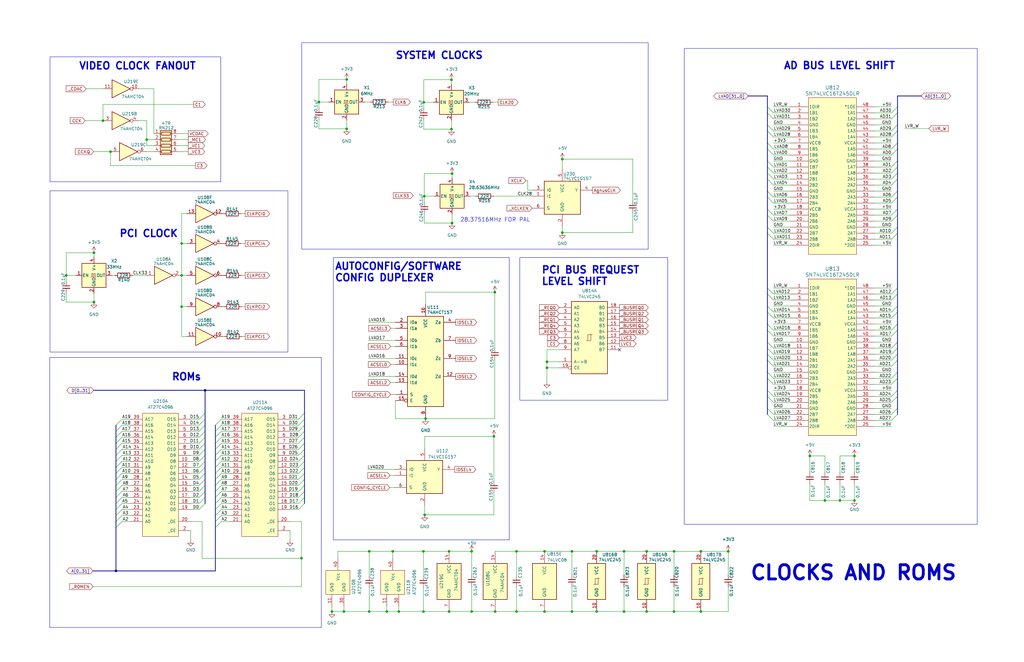
<source format=kicad_sch>
(kicad_sch (version 20230121) (generator eeschema)
  (paper "B")
  (title_block (title "AMIGA PCI") (date "2024-03-23") (rev "2.0"))
  (junction (at 241.173 258.064))
  (junction (at 263.144 232.664))
  (junction (at 179.07 217.297))
  (junction (at 178.562 232.664))
  (junction (at 354.203 211.201))
  (junction (at 145.034 258.064))
  (junction (at 241.173 232.664))
  (junction (at 46.609 64.008))
  (junction (at 155.702 258.064))
  (junction (at 360.299 192.405))
  (junction (at 208.661 123.317))
  (junction (at 127.127 235.585))
  (junction (at 48.895 240.919))
  (junction (at 341.503 192.405))
  (junction (at 217.805 258.064))
  (junction (at 39.624 127.508))
  (junction (at 189.357 232.664))
  (junction (at 134.493 43.053))
  (junction (at 230.632 152.654))
  (junction (at 208.788 258.064))
  (junction (at 237.109 98.171))
  (junction (at 295.529 232.664))
  (junction (at 263.144 258.064))
  (junction (at 251.587 258.064))
  (junction (at 76.581 116.205))
  (junction (at 272.669 258.064))
  (junction (at 190.373 33.655))
  (junction (at 179.451 176.657))
  (junction (at 229.616 258.064))
  (junction (at 190.627 94.107))
  (junction (at 178.689 43.18))
  (junction (at 295.529 258.064))
  (junction (at 251.587 232.664))
  (junction (at 27.94 116.205))
  (junction (at 39.624 106.68))
  (junction (at 178.943 82.804))
  (junction (at 360.299 211.201))
  (junction (at 198.882 258.064))
  (junction (at 139.954 258.064))
  (junction (at 237.109 67.183))
  (junction (at 146.177 54.356))
  (junction (at 307.086 232.664))
  (junction (at 76.581 102.743))
  (junction (at 163.068 258.064))
  (junction (at 43.434 50.927))
  (junction (at 178.562 258.064))
  (junction (at 284.226 258.064))
  (junction (at 155.702 232.664))
  (junction (at 229.616 232.664))
  (junction (at 230.632 155.194))
  (junction (at 86.487 164.719))
  (junction (at 217.805 232.664))
  (junction (at 347.853 211.201))
  (junction (at 190.627 73.279))
  (junction (at 165.608 232.664))
  (junction (at 76.581 129.413))
  (junction (at 168.148 258.064))
  (junction (at 198.882 232.664))
  (junction (at 208.28 184.15))
  (junction (at 61.849 58.928))
  (junction (at 272.669 232.664))
  (junction (at 146.177 33.528))
  (junction (at 284.226 232.664))
  (junction (at 189.357 258.064))
  (junction (at 190.373 54.483))
  (no_connect (at 261.239 147.574))
  (bus_entry (at 83.947 194.691) (size 2.54 -2.54))
  (bus_entry (at 93.345 215.011) (size -2.54 2.54))
  (bus_entry (at 375.92 47.625) (size 2.54 -2.54))
  (bus_entry (at 326.136 167.259) (size -2.54 -2.54))
  (bus_entry (at 125.857 209.931) (size 2.54 -2.54))
  (bus_entry (at 375.92 139.319) (size 2.54 -2.54))
  (bus_entry (at 93.345 194.691) (size -2.54 2.54))
  (bus_entry (at 83.947 197.231) (size 2.54 -2.54))
  (bus_entry (at 83.947 204.851) (size 2.54 -2.54))
  (bus_entry (at 51.435 207.391) (size -2.54 2.54))
  (bus_entry (at 93.345 207.391) (size -2.54 2.54))
  (bus_entry (at 326.136 124.079) (size -2.54 -2.54))
  (bus_entry (at 51.435 204.851) (size -2.54 2.54))
  (bus_entry (at 326.136 100.965) (size -2.54 -2.54))
  (bus_entry (at 51.435 215.011) (size -2.54 2.54))
  (bus_entry (at 326.136 62.865) (size -2.54 -2.54))
  (bus_entry (at 83.947 181.991) (size 2.54 -2.54))
  (bus_entry (at 93.345 197.231) (size -2.54 2.54))
  (bus_entry (at 375.92 154.559) (size 2.54 -2.54))
  (bus_entry (at 125.857 204.851) (size 2.54 -2.54))
  (bus_entry (at 51.435 184.531) (size -2.54 2.54))
  (bus_entry (at 93.345 187.071) (size -2.54 2.54))
  (bus_entry (at 375.92 65.405) (size 2.54 -2.54))
  (bus_entry (at 375.92 85.725) (size 2.54 -2.54))
  (bus_entry (at 83.947 187.071) (size 2.54 -2.54))
  (bus_entry (at 93.345 189.611) (size -2.54 2.54))
  (bus_entry (at 93.345 212.471) (size -2.54 2.54))
  (bus_entry (at 93.345 202.311) (size -2.54 2.54))
  (bus_entry (at 375.92 159.639) (size 2.54 -2.54))
  (bus_entry (at 375.92 57.785) (size 2.54 -2.54))
  (bus_entry (at 125.857 207.391) (size 2.54 -2.54))
  (bus_entry (at 51.435 192.151) (size -2.54 2.54))
  (bus_entry (at 375.92 55.245) (size 2.54 -2.54))
  (bus_entry (at 83.947 184.531) (size 2.54 -2.54))
  (bus_entry (at 51.435 194.691) (size -2.54 2.54))
  (bus_entry (at 125.857 179.451) (size 2.54 -2.54))
  (bus_entry (at 326.136 149.479) (size -2.54 -2.54))
  (bus_entry (at 51.435 212.471) (size -2.54 2.54))
  (bus_entry (at 326.136 177.419) (size -2.54 -2.54))
  (bus_entry (at 375.92 149.479) (size 2.54 -2.54))
  (bus_entry (at 326.136 174.879) (size -2.54 -2.54))
  (bus_entry (at 83.947 207.391) (size 2.54 -2.54))
  (bus_entry (at 51.435 176.911) (size -2.54 2.54))
  (bus_entry (at 93.345 220.091) (size -2.54 2.54))
  (bus_entry (at 375.92 62.865) (size 2.54 -2.54))
  (bus_entry (at 326.136 154.559) (size -2.54 -2.54))
  (bus_entry (at 326.136 126.619) (size -2.54 -2.54))
  (bus_entry (at 375.92 93.345) (size 2.54 -2.54))
  (bus_entry (at 326.136 55.245) (size -2.54 -2.54))
  (bus_entry (at 375.92 131.699) (size 2.54 -2.54))
  (bus_entry (at 375.92 70.485) (size 2.54 -2.54))
  (bus_entry (at 326.136 93.345) (size -2.54 -2.54))
  (bus_entry (at 51.435 181.991) (size -2.54 2.54))
  (bus_entry (at 375.92 174.879) (size 2.54 -2.54))
  (bus_entry (at 93.345 179.451) (size -2.54 2.54))
  (bus_entry (at 326.136 75.565) (size -2.54 -2.54))
  (bus_entry (at 83.947 179.451) (size 2.54 -2.54))
  (bus_entry (at 83.947 212.471) (size 2.54 -2.54))
  (bus_entry (at 375.92 78.105) (size 2.54 -2.54))
  (bus_entry (at 375.92 90.805) (size 2.54 -2.54))
  (bus_entry (at 326.136 169.799) (size -2.54 -2.54))
  (bus_entry (at 51.435 220.091) (size -2.54 2.54))
  (bus_entry (at 326.136 78.105) (size -2.54 -2.54))
  (bus_entry (at 125.857 212.471) (size 2.54 -2.54))
  (bus_entry (at 375.92 162.179) (size 2.54 -2.54))
  (bus_entry (at 51.435 197.231) (size -2.54 2.54))
  (bus_entry (at 125.857 187.071) (size 2.54 -2.54))
  (bus_entry (at 375.92 134.239) (size 2.54 -2.54))
  (bus_entry (at 375.92 50.165) (size 2.54 -2.54))
  (bus_entry (at 375.92 152.019) (size 2.54 -2.54))
  (bus_entry (at 51.435 209.931) (size -2.54 2.54))
  (bus_entry (at 125.857 189.611) (size 2.54 -2.54))
  (bus_entry (at 93.345 192.151) (size -2.54 2.54))
  (bus_entry (at 326.136 98.425) (size -2.54 -2.54))
  (bus_entry (at 93.345 217.551) (size -2.54 2.54))
  (bus_entry (at 326.136 146.939) (size -2.54 -2.54))
  (bus_entry (at 83.947 176.911) (size 2.54 -2.54))
  (bus_entry (at 326.136 50.165) (size -2.54 -2.54))
  (bus_entry (at 375.92 177.419) (size 2.54 -2.54))
  (bus_entry (at 326.136 47.625) (size -2.54 -2.54))
  (bus_entry (at 375.92 124.079) (size 2.54 -2.54))
  (bus_entry (at 83.947 192.151) (size 2.54 -2.54))
  (bus_entry (at 326.136 139.319) (size -2.54 -2.54))
  (bus_entry (at 326.136 90.805) (size -2.54 -2.54))
  (bus_entry (at 326.136 152.019) (size -2.54 -2.54))
  (bus_entry (at 326.136 57.785) (size -2.54 -2.54))
  (bus_entry (at 326.136 159.639) (size -2.54 -2.54))
  (bus_entry (at 125.857 215.011) (size 2.54 -2.54))
  (bus_entry (at 93.345 181.991) (size -2.54 2.54))
  (bus_entry (at 375.92 169.799) (size 2.54 -2.54))
  (bus_entry (at 125.857 197.231) (size 2.54 -2.54))
  (bus_entry (at 375.92 141.859) (size 2.54 -2.54))
  (bus_entry (at 375.92 126.619) (size 2.54 -2.54))
  (bus_entry (at 326.136 162.179) (size -2.54 -2.54))
  (bus_entry (at 125.857 184.531) (size 2.54 -2.54))
  (bus_entry (at 93.345 176.911) (size -2.54 2.54))
  (bus_entry (at 326.136 73.025) (size -2.54 -2.54))
  (bus_entry (at 375.92 100.965) (size 2.54 -2.54))
  (bus_entry (at 326.136 83.185) (size -2.54 -2.54))
  (bus_entry (at 375.92 167.259) (size 2.54 -2.54))
  (bus_entry (at 51.435 189.611) (size -2.54 2.54))
  (bus_entry (at 51.435 202.311) (size -2.54 2.54))
  (bus_entry (at 326.136 70.485) (size -2.54 -2.54))
  (bus_entry (at 83.947 189.611) (size 2.54 -2.54))
  (bus_entry (at 51.435 179.451) (size -2.54 2.54))
  (bus_entry (at 93.345 204.851) (size -2.54 2.54))
  (bus_entry (at 51.435 187.071) (size -2.54 2.54))
  (bus_entry (at 375.92 83.185) (size 2.54 -2.54))
  (bus_entry (at 375.92 98.425) (size 2.54 -2.54))
  (bus_entry (at 326.136 65.405) (size -2.54 -2.54))
  (bus_entry (at 125.857 194.691) (size 2.54 -2.54))
  (bus_entry (at 51.435 217.551) (size -2.54 2.54))
  (bus_entry (at 375.92 75.565) (size 2.54 -2.54))
  (bus_entry (at 125.857 199.771) (size 2.54 -2.54))
  (bus_entry (at 125.857 192.151) (size 2.54 -2.54))
  (bus_entry (at 93.345 184.531) (size -2.54 2.54))
  (bus_entry (at 93.345 209.931) (size -2.54 2.54))
  (bus_entry (at 125.857 181.991) (size 2.54 -2.54))
  (bus_entry (at 83.947 199.771) (size 2.54 -2.54))
  (bus_entry (at 326.136 85.725) (size -2.54 -2.54))
  (bus_entry (at 375.92 146.939) (size 2.54 -2.54))
  (bus_entry (at 375.92 73.025) (size 2.54 -2.54))
  (bus_entry (at 93.345 199.771) (size -2.54 2.54))
  (bus_entry (at 125.857 202.311) (size 2.54 -2.54))
  (bus_entry (at 326.136 134.239) (size -2.54 -2.54))
  (bus_entry (at 326.136 131.699) (size -2.54 -2.54))
  (bus_entry (at 51.435 199.771) (size -2.54 2.54))
  (bus_entry (at 326.136 141.859) (size -2.54 -2.54))
  (bus_entry (at 83.947 202.311) (size 2.54 -2.54))
  (bus_entry (at 125.857 176.911) (size 2.54 -2.54))
  (bus_entry (at 83.947 215.011) (size 2.54 -2.54))
  (bus_entry (at 83.947 209.931) (size 2.54 -2.54))
  (wire (pts (xy 333.248 67.945) (xy 326.136 67.945)))
  (bus (pts (xy 48.895 192.151) (xy 48.895 194.691)))
  (bus (pts (xy 86.487 164.719) (xy 128.397 164.719)))
  (wire (pts (xy 198.882 242.57) (xy 198.882 232.664)))
  (wire (pts (xy 222.504 76.2) (xy 222.504 80.264)))
  (bus (pts (xy 323.596 149.479) (xy 323.596 146.939)))
  (wire (pts (xy 284.226 258.064) (xy 295.529 258.064)))
  (wire (pts (xy 168.148 255.905) (xy 168.148 258.064)))
  (bus (pts (xy 378.46 124.079) (xy 378.46 121.539)))
  (wire (pts (xy 198.882 258.064) (xy 208.788 258.064)))
  (wire (pts (xy 64.897 58.928) (xy 61.849 58.928)))
  (wire (pts (xy 101.727 90.17) (xy 103.378 90.17)))
  (wire (pts (xy 43.434 44.069) (xy 81.661 44.069)))
  (bus (pts (xy 48.895 184.531) (xy 48.895 187.071)))
  (wire (pts (xy 333.248 159.639) (xy 326.136 159.639)))
  (bus (pts (xy 90.805 197.231) (xy 90.805 199.771)))
  (bus (pts (xy 39.243 240.919) (xy 48.895 240.919)))
  (bus (pts (xy 378.46 172.339) (xy 378.46 167.259)))
  (wire (pts (xy 333.248 149.479) (xy 326.136 149.479)))
  (wire (pts (xy 284.226 258.064) (xy 284.226 247.65)))
  (wire (pts (xy 178.562 232.664) (xy 189.357 232.664)))
  (wire (pts (xy 96.901 220.091) (xy 93.345 220.091)))
  (wire (pts (xy 122.301 189.611) (xy 125.857 189.611)))
  (wire (pts (xy 134.493 33.528) (xy 146.177 33.528)))
  (bus (pts (xy 323.596 55.245) (xy 323.596 52.705)))
  (wire (pts (xy 96.901 197.231) (xy 93.345 197.231)))
  (bus (pts (xy 86.487 187.071) (xy 86.487 189.611)))
  (wire (pts (xy 375.92 62.865) (xy 368.808 62.865)))
  (wire (pts (xy 61.849 58.928) (xy 61.849 61.468)))
  (bus (pts (xy 378.46 149.479) (xy 378.46 146.939)))
  (wire (pts (xy 78.74 141.986) (xy 76.581 141.986)))
  (wire (pts (xy 142.494 232.664) (xy 155.702 232.664)))
  (wire (pts (xy 333.248 93.345) (xy 326.136 93.345)))
  (wire (pts (xy 75.057 58.928) (xy 79.375 58.928)))
  (bus (pts (xy 323.596 80.645) (xy 323.596 75.565)))
  (bus (pts (xy 48.895 240.919) (xy 90.805 240.919)))
  (bus (pts (xy 128.397 187.071) (xy 128.397 189.611)))
  (wire (pts (xy 54.991 184.531) (xy 51.435 184.531)))
  (wire (pts (xy 375.92 174.879) (xy 368.808 174.879)))
  (bus (pts (xy 378.46 80.645) (xy 378.46 75.565)))
  (wire (pts (xy 375.92 90.805) (xy 368.808 90.805)))
  (wire (pts (xy 178.562 248.031) (xy 178.562 258.064)))
  (wire (pts (xy 122.301 187.071) (xy 125.857 187.071)))
  (wire (pts (xy 368.808 144.399) (xy 375.92 144.399)))
  (wire (pts (xy 189.357 232.664) (xy 198.882 232.664)))
  (wire (pts (xy 146.177 33.528) (xy 146.177 35.433)))
  (bus (pts (xy 48.895 222.631) (xy 48.895 240.919)))
  (wire (pts (xy 241.173 232.664) (xy 229.616 232.664)))
  (bus (pts (xy 378.46 139.319) (xy 378.46 136.779)))
  (wire (pts (xy 333.248 126.619) (xy 326.136 126.619)))
  (wire (pts (xy 341.503 192.405) (xy 347.853 192.405)))
  (wire (pts (xy 333.248 90.805) (xy 326.136 90.805)))
  (wire (pts (xy 102.108 141.986) (xy 103.378 141.986)))
  (wire (pts (xy 333.248 152.019) (xy 326.136 152.019)))
  (wire (pts (xy 368.808 60.325) (xy 375.92 60.325)))
  (wire (pts (xy 78.74 90.17) (xy 76.581 90.17)))
  (bus (pts (xy 48.895 202.311) (xy 48.895 204.851)))
  (wire (pts (xy 80.391 194.691) (xy 83.947 194.691)))
  (wire (pts (xy 333.248 70.485) (xy 326.136 70.485)))
  (wire (pts (xy 266.827 98.171) (xy 266.827 89.789)))
  (wire (pts (xy 80.391 209.931) (xy 83.947 209.931)))
  (wire (pts (xy 368.808 52.705) (xy 375.92 52.705)))
  (bus (pts (xy 48.895 215.011) (xy 48.895 217.551)))
  (bus (pts (xy 378.46 60.325) (xy 378.46 55.245)))
  (wire (pts (xy 368.808 88.265) (xy 375.92 88.265)))
  (wire (pts (xy 155.321 136.017) (xy 166.751 136.017)))
  (wire (pts (xy 333.248 162.179) (xy 326.136 162.179)))
  (wire (pts (xy 333.248 83.185) (xy 326.136 83.185)))
  (wire (pts (xy 39.624 106.68) (xy 39.624 108.585)))
  (wire (pts (xy 375.92 57.785) (xy 368.808 57.785)))
  (bus (pts (xy 90.805 181.991) (xy 90.805 184.531)))
  (wire (pts (xy 230.632 155.194) (xy 235.839 155.194)))
  (wire (pts (xy 217.805 232.664) (xy 229.616 232.664)))
  (bus (pts (xy 128.397 199.771) (xy 128.397 202.311)))
  (wire (pts (xy 198.247 82.804) (xy 200.533 82.804)))
  (wire (pts (xy 96.901 179.451) (xy 93.345 179.451)))
  (bus (pts (xy 128.397 209.931) (xy 128.397 212.471)))
  (wire (pts (xy 93.98 141.986) (xy 94.488 141.986)))
  (wire (pts (xy 122.301 184.531) (xy 125.857 184.531)))
  (wire (pts (xy 222.504 80.264) (xy 224.409 80.264)))
  (wire (pts (xy 163.068 258.064) (xy 168.148 258.064)))
  (bus (pts (xy 128.397 197.231) (xy 128.397 199.771)))
  (wire (pts (xy 32.004 116.205) (xy 27.94 116.205)))
  (wire (pts (xy 155.321 143.637) (xy 166.751 143.637)))
  (wire (pts (xy 368.808 172.339) (xy 375.92 172.339)))
  (wire (pts (xy 333.248 78.105) (xy 326.136 78.105)))
  (bus (pts (xy 128.397 204.851) (xy 128.397 207.391)))
  (wire (pts (xy 93.98 90.17) (xy 94.107 90.17)))
  (bus (pts (xy 378.46 121.539) (xy 378.46 98.425)))
  (bus (pts (xy 378.46 131.699) (xy 378.46 129.159)))
  (wire (pts (xy 333.248 139.319) (xy 326.136 139.319)))
  (wire (pts (xy 27.94 106.68) (xy 39.624 106.68)))
  (wire (pts (xy 333.248 98.425) (xy 326.136 98.425)))
  (wire (pts (xy 333.248 50.165) (xy 326.136 50.165)))
  (wire (pts (xy 80.391 181.991) (xy 83.947 181.991)))
  (wire (pts (xy 122.301 199.771) (xy 125.857 199.771)))
  (bus (pts (xy 323.596 45.085) (xy 323.596 40.513)))
  (wire (pts (xy 307.086 242.57) (xy 307.086 232.664)))
  (wire (pts (xy 154.94 198.12) (xy 166.37 198.12)))
  (wire (pts (xy 217.805 258.064) (xy 229.616 258.064)))
  (bus (pts (xy 378.46 73.025) (xy 378.46 70.485)))
  (wire (pts (xy 368.808 129.159) (xy 375.92 129.159)))
  (wire (pts (xy 80.391 197.231) (xy 83.947 197.231)))
  (wire (pts (xy 333.248 169.799) (xy 326.136 169.799)))
  (wire (pts (xy 183.007 82.804) (xy 178.943 82.804)))
  (wire (pts (xy 138.557 43.053) (xy 134.493 43.053)))
  (wire (pts (xy 122.301 204.851) (xy 125.857 204.851)))
  (wire (pts (xy 93.98 116.205) (xy 94.234 116.205)))
  (wire (pts (xy 272.669 258.064) (xy 284.226 258.064)))
  (wire (pts (xy 178.562 232.664) (xy 178.562 242.951)))
  (wire (pts (xy 39.497 64.008) (xy 46.609 64.008)))
  (wire (pts (xy 43.434 50.927) (xy 43.434 44.069)))
  (wire (pts (xy 96.901 192.151) (xy 93.345 192.151)))
  (bus (pts (xy 378.46 40.513) (xy 388.493 40.513)))
  (wire (pts (xy 27.94 127.508) (xy 39.624 127.508)))
  (wire (pts (xy 153.797 43.053) (xy 156.083 43.053)))
  (wire (pts (xy 375.92 134.239) (xy 368.808 134.239)))
  (wire (pts (xy 230.632 152.654) (xy 230.632 155.194)))
  (wire (pts (xy 375.92 75.565) (xy 368.808 75.565)))
  (wire (pts (xy 80.391 204.851) (xy 83.947 204.851)))
  (wire (pts (xy 27.94 116.205) (xy 27.94 106.68)))
  (wire (pts (xy 93.98 129.413) (xy 94.361 129.413)))
  (bus (pts (xy 378.46 146.939) (xy 378.46 144.399)))
  (wire (pts (xy 96.901 189.611) (xy 93.345 189.611)))
  (wire (pts (xy 36.322 37.465) (xy 43.434 37.465)))
  (wire (pts (xy 333.248 45.085) (xy 326.136 45.085)))
  (wire (pts (xy 127.127 235.585) (xy 127.127 220.091)))
  (bus (pts (xy 323.596 167.259) (xy 323.596 164.719)))
  (wire (pts (xy 375.92 47.625) (xy 368.808 47.625)))
  (wire (pts (xy 375.92 131.699) (xy 368.808 131.699)))
  (wire (pts (xy 368.808 121.539) (xy 375.92 121.539)))
  (bus (pts (xy 128.397 194.691) (xy 128.397 197.231)))
  (wire (pts (xy 347.853 211.201) (xy 354.203 211.201)))
  (wire (pts (xy 333.248 88.265) (xy 326.136 88.265)))
  (wire (pts (xy 80.391 192.151) (xy 83.947 192.151)))
  (wire (pts (xy 165.608 232.664) (xy 178.562 232.664)))
  (wire (pts (xy 333.248 134.239) (xy 326.136 134.239)))
  (bus (pts (xy 90.805 192.151) (xy 90.805 194.691)))
  (wire (pts (xy 333.248 146.939) (xy 326.136 146.939)))
  (wire (pts (xy 241.173 232.664) (xy 251.587 232.664)))
  (bus (pts (xy 48.895 181.991) (xy 48.895 184.531)))
  (wire (pts (xy 263.144 258.064) (xy 263.144 247.65)))
  (wire (pts (xy 178.943 82.804) (xy 178.943 73.279)))
  (wire (pts (xy 375.92 154.559) (xy 368.808 154.559)))
  (wire (pts (xy 333.248 144.399) (xy 326.136 144.399)))
  (wire (pts (xy 178.689 33.655) (xy 190.373 33.655)))
  (wire (pts (xy 368.808 95.885) (xy 375.92 95.885)))
  (bus (pts (xy 378.46 136.779) (xy 378.46 131.699)))
  (bus (pts (xy 128.397 179.451) (xy 128.397 181.991)))
  (bus (pts (xy 378.46 75.565) (xy 378.46 73.025)))
  (wire (pts (xy 164.338 205.74) (xy 166.37 205.74)))
  (wire (pts (xy 93.98 102.743) (xy 94.107 102.743)))
  (wire (pts (xy 75.057 56.388) (xy 79.375 56.388)))
  (wire (pts (xy 368.808 136.779) (xy 375.92 136.779)))
  (wire (pts (xy 347.853 192.405) (xy 347.853 199.263)))
  (wire (pts (xy 54.991 220.091) (xy 51.435 220.091)))
  (wire (pts (xy 178.689 43.18) (xy 178.689 33.655)))
  (bus (pts (xy 378.46 45.085) (xy 378.46 40.513)))
  (bus (pts (xy 323.596 146.939) (xy 323.596 144.399)))
  (wire (pts (xy 182.753 43.18) (xy 178.689 43.18)))
  (bus (pts (xy 90.805 207.391) (xy 90.805 209.931)))
  (wire (pts (xy 27.94 123.698) (xy 27.94 127.508)))
  (wire (pts (xy 341.503 211.201) (xy 341.503 204.343)))
  (wire (pts (xy 101.981 129.413) (xy 103.378 129.413)))
  (wire (pts (xy 96.901 194.691) (xy 93.345 194.691)))
  (bus (pts (xy 323.596 95.885) (xy 323.596 90.805)))
  (bus (pts (xy 378.46 159.639) (xy 378.46 157.099)))
  (wire (pts (xy 80.391 223.901) (xy 80.391 227.965)))
  (wire (pts (xy 368.808 103.505) (xy 375.92 103.505)))
  (bus (pts (xy 378.46 129.159) (xy 378.46 124.079)))
  (wire (pts (xy 375.92 83.185) (xy 368.808 83.185)))
  (wire (pts (xy 217.805 247.904) (xy 217.805 258.064)))
  (wire (pts (xy 375.92 162.179) (xy 368.808 162.179)))
  (bus (pts (xy 323.596 67.945) (xy 323.596 62.865)))
  (wire (pts (xy 341.503 199.263) (xy 341.503 192.405)))
  (bus (pts (xy 39.497 164.719) (xy 86.487 164.719)))
  (wire (pts (xy 375.92 78.105) (xy 368.808 78.105)))
  (wire (pts (xy 80.391 215.011) (xy 83.947 215.011)))
  (wire (pts (xy 122.301 176.911) (xy 125.857 176.911)))
  (wire (pts (xy 122.301 220.091) (xy 127.127 220.091)))
  (wire (pts (xy 333.248 85.725) (xy 326.136 85.725)))
  (wire (pts (xy 155.702 258.064) (xy 163.068 258.064)))
  (wire (pts (xy 333.248 100.965) (xy 326.136 100.965)))
  (wire (pts (xy 80.391 179.451) (xy 83.947 179.451)))
  (wire (pts (xy 354.203 192.405) (xy 354.203 199.263)))
  (wire (pts (xy 198.882 247.65) (xy 198.882 258.064)))
  (wire (pts (xy 208.28 184.15) (xy 208.28 202.946)))
  (bus (pts (xy 378.46 83.185) (xy 378.46 80.645)))
  (bus (pts (xy 323.596 139.319) (xy 323.596 136.779)))
  (wire (pts (xy 263.144 242.57) (xy 263.144 232.664)))
  (bus (pts (xy 378.46 88.265) (xy 378.46 83.185)))
  (wire (pts (xy 122.301 209.931) (xy 125.857 209.931)))
  (wire (pts (xy 134.493 43.053) (xy 134.493 33.528)))
  (bus (pts (xy 323.596 144.399) (xy 323.596 139.319)))
  (wire (pts (xy 80.391 176.911) (xy 83.947 176.911)))
  (wire (pts (xy 263.144 232.664) (xy 251.587 232.664)))
  (bus (pts (xy 86.487 194.691) (xy 86.487 197.231)))
  (wire (pts (xy 96.901 207.391) (xy 93.345 207.391)))
  (wire (pts (xy 76.581 141.986) (xy 76.581 129.413)))
  (wire (pts (xy 80.391 212.471) (xy 83.947 212.471)))
  (wire (pts (xy 76.581 129.413) (xy 76.581 116.205)))
  (wire (pts (xy 96.901 199.771) (xy 93.345 199.771)))
  (wire (pts (xy 179.07 217.297) (xy 208.28 217.297)))
  (bus (pts (xy 323.596 121.539) (xy 323.596 98.425)))
  (wire (pts (xy 122.301 181.991) (xy 125.857 181.991)))
  (wire (pts (xy 230.632 147.574) (xy 230.632 152.654)))
  (wire (pts (xy 375.92 159.639) (xy 368.808 159.639)))
  (wire (pts (xy 96.901 184.531) (xy 93.345 184.531)))
  (wire (pts (xy 58.674 37.465) (xy 64.897 37.465)))
  (wire (pts (xy 54.991 199.771) (xy 51.435 199.771)))
  (wire (pts (xy 207.899 43.18) (xy 210.058 43.18)))
  (wire (pts (xy 56.007 116.205) (xy 61.341 116.205)))
  (bus (pts (xy 86.487 181.991) (xy 86.487 184.531)))
  (wire (pts (xy 360.299 211.201) (xy 360.299 204.343)))
  (wire (pts (xy 54.991 192.151) (xy 51.435 192.151)))
  (bus (pts (xy 378.46 55.245) (xy 378.46 52.705)))
  (wire (pts (xy 179.07 184.15) (xy 208.28 184.15)))
  (bus (pts (xy 48.895 209.931) (xy 48.895 212.471)))
  (wire (pts (xy 208.28 208.026) (xy 208.28 217.297)))
  (wire (pts (xy 333.248 60.325) (xy 326.136 60.325)))
  (bus (pts (xy 128.397 184.531) (xy 128.397 187.071)))
  (wire (pts (xy 134.493 54.356) (xy 146.177 54.356)))
  (bus (pts (xy 48.895 187.071) (xy 48.895 189.611)))
  (wire (pts (xy 266.827 67.183) (xy 237.109 67.183)))
  (wire (pts (xy 375.92 167.259) (xy 368.808 167.259)))
  (wire (pts (xy 139.954 258.064) (xy 145.034 258.064)))
  (wire (pts (xy 61.849 58.928) (xy 61.849 50.927)))
  (bus (pts (xy 48.895 179.451) (xy 48.895 181.991)))
  (wire (pts (xy 237.109 95.504) (xy 237.109 98.171)))
  (wire (pts (xy 375.92 149.479) (xy 368.808 149.479)))
  (wire (pts (xy 208.661 151.892) (xy 208.661 176.657)))
  (wire (pts (xy 80.391 189.611) (xy 83.947 189.611)))
  (bus (pts (xy 323.596 98.425) (xy 323.596 95.885)))
  (wire (pts (xy 165.608 232.664) (xy 165.608 235.585)))
  (wire (pts (xy 190.627 73.279) (xy 190.627 75.184)))
  (wire (pts (xy 333.248 136.779) (xy 326.136 136.779)))
  (wire (pts (xy 54.991 189.611) (xy 51.435 189.611)))
  (wire (pts (xy 333.248 157.099) (xy 326.136 157.099)))
  (bus (pts (xy 90.805 184.531) (xy 90.805 187.071)))
  (wire (pts (xy 241.173 258.064) (xy 251.587 258.064)))
  (wire (pts (xy 333.248 129.159) (xy 326.136 129.159)))
  (wire (pts (xy 80.391 199.771) (xy 83.947 199.771)))
  (bus (pts (xy 86.487 179.451) (xy 86.487 181.991)))
  (wire (pts (xy 96.901 187.071) (xy 93.345 187.071)))
  (wire (pts (xy 333.248 103.505) (xy 326.136 103.505)))
  (wire (pts (xy 333.248 80.645) (xy 326.136 80.645)))
  (wire (pts (xy 375.92 55.245) (xy 368.808 55.245)))
  (wire (pts (xy 164.719 153.797) (xy 166.751 153.797)))
  (bus (pts (xy 323.596 47.625) (xy 323.596 45.085)))
  (bus (pts (xy 323.596 136.779) (xy 323.596 131.699)))
  (wire (pts (xy 54.991 217.551) (xy 51.435 217.551)))
  (wire (pts (xy 375.92 73.025) (xy 368.808 73.025)))
  (wire (pts (xy 178.943 82.804) (xy 178.943 85.217)))
  (wire (pts (xy 284.226 232.664) (xy 272.669 232.664)))
  (bus (pts (xy 90.805 222.631) (xy 90.805 240.919)))
  (wire (pts (xy 333.248 141.859) (xy 326.136 141.859)))
  (wire (pts (xy 221.742 76.2) (xy 222.504 76.2)))
  (wire (pts (xy 179.07 213.36) (xy 179.07 217.297)))
  (bus (pts (xy 128.397 202.311) (xy 128.397 204.851)))
  (wire (pts (xy 96.901 217.551) (xy 93.345 217.551)))
  (bus (pts (xy 90.805 199.771) (xy 90.805 202.311)))
  (wire (pts (xy 54.991 202.311) (xy 51.435 202.311)))
  (wire (pts (xy 80.391 187.071) (xy 83.947 187.071)))
  (wire (pts (xy 178.943 73.279) (xy 190.627 73.279)))
  (wire (pts (xy 178.689 54.483) (xy 190.373 54.483)))
  (bus (pts (xy 323.596 152.019) (xy 323.596 149.479)))
  (bus (pts (xy 323.596 164.719) (xy 323.596 159.639)))
  (wire (pts (xy 251.587 258.064) (xy 263.144 258.064)))
  (wire (pts (xy 122.301 207.391) (xy 125.857 207.391)))
  (bus (pts (xy 378.46 174.879) (xy 378.46 172.339)))
  (bus (pts (xy 323.596 60.325) (xy 323.596 55.245)))
  (wire (pts (xy 237.109 98.171) (xy 266.827 98.171)))
  (bus (pts (xy 323.596 124.079) (xy 323.596 121.539)))
  (bus (pts (xy 323.596 131.699) (xy 323.596 129.159)))
  (wire (pts (xy 178.943 90.297) (xy 178.943 94.107)))
  (wire (pts (xy 122.301 215.011) (xy 125.857 215.011)))
  (bus (pts (xy 48.895 189.611) (xy 48.895 192.151)))
  (wire (pts (xy 375.92 124.079) (xy 368.808 124.079)))
  (wire (pts (xy 375.92 141.859) (xy 368.808 141.859)))
  (bus (pts (xy 378.46 164.719) (xy 378.46 159.639)))
  (bus (pts (xy 48.895 197.231) (xy 48.895 199.771)))
  (wire (pts (xy 178.562 258.064) (xy 189.357 258.064)))
  (bus (pts (xy 48.895 199.771) (xy 48.895 202.311)))
  (bus (pts (xy 86.487 204.851) (xy 86.487 207.391)))
  (bus (pts (xy 86.487 184.531) (xy 86.487 187.071)))
  (wire (pts (xy 208.661 176.657) (xy 179.451 176.657)))
  (wire (pts (xy 241.173 258.064) (xy 241.173 247.65)))
  (wire (pts (xy 208.661 123.317) (xy 208.661 146.812)))
  (wire (pts (xy 155.321 158.877) (xy 166.751 158.877)))
  (wire (pts (xy 96.901 181.991) (xy 93.345 181.991)))
  (bus (pts (xy 378.46 67.945) (xy 378.46 62.865)))
  (wire (pts (xy 375.92 65.405) (xy 368.808 65.405)))
  (wire (pts (xy 178.689 50.673) (xy 178.689 54.483)))
  (wire (pts (xy 164.719 166.497) (xy 166.751 166.497)))
  (bus (pts (xy 48.895 217.551) (xy 48.895 220.091)))
  (wire (pts (xy 333.248 167.259) (xy 326.136 167.259)))
  (wire (pts (xy 166.751 169.037) (xy 166.751 176.657)))
  (bus (pts (xy 48.895 212.471) (xy 48.895 215.011)))
  (wire (pts (xy 375.92 93.345) (xy 368.808 93.345)))
  (bus (pts (xy 48.895 220.091) (xy 48.895 222.631)))
  (bus (pts (xy 86.487 189.611) (xy 86.487 192.151)))
  (wire (pts (xy 333.248 52.705) (xy 326.136 52.705)))
  (bus (pts (xy 378.46 144.399) (xy 378.46 139.319)))
  (wire (pts (xy 96.901 215.011) (xy 93.345 215.011)))
  (wire (pts (xy 54.991 187.071) (xy 51.435 187.071)))
  (bus (pts (xy 323.596 157.099) (xy 323.596 152.019)))
  (wire (pts (xy 266.827 84.709) (xy 266.827 67.183)))
  (wire (pts (xy 47.244 116.205) (xy 48.387 116.205)))
  (bus (pts (xy 86.487 164.719) (xy 86.487 174.371)))
  (wire (pts (xy 360.299 199.263) (xy 360.299 192.405)))
  (wire (pts (xy 230.632 155.194) (xy 230.632 161.163)))
  (bus (pts (xy 48.895 204.851) (xy 48.895 207.391)))
  (wire (pts (xy 235.839 152.654) (xy 230.632 152.654)))
  (bus (pts (xy 90.805 194.691) (xy 90.805 197.231)))
  (wire (pts (xy 333.248 121.539) (xy 326.136 121.539)))
  (bus (pts (xy 323.596 52.705) (xy 323.596 47.625)))
  (wire (pts (xy 368.808 45.085) (xy 375.92 45.085)))
  (bus (pts (xy 86.487 174.371) (xy 86.487 176.911)))
  (wire (pts (xy 354.203 211.201) (xy 360.299 211.201)))
  (wire (pts (xy 217.805 232.664) (xy 217.805 242.824)))
  (wire (pts (xy 122.301 194.691) (xy 125.857 194.691)))
  (wire (pts (xy 333.248 174.879) (xy 326.136 174.879)))
  (wire (pts (xy 46.609 69.85) (xy 46.609 64.008)))
  (bus (pts (xy 378.46 62.865) (xy 378.46 60.325)))
  (bus (pts (xy 128.397 181.991) (xy 128.397 184.531)))
  (bus (pts (xy 323.596 70.485) (xy 323.596 67.945)))
  (wire (pts (xy 75.057 64.008) (xy 79.375 64.008)))
  (wire (pts (xy 333.248 95.885) (xy 326.136 95.885)))
  (bus (pts (xy 323.596 75.565) (xy 323.596 73.025)))
  (bus (pts (xy 86.487 192.151) (xy 86.487 194.691)))
  (wire (pts (xy 333.248 124.079) (xy 326.136 124.079)))
  (bus (pts (xy 90.805 189.611) (xy 90.805 192.151)))
  (wire (pts (xy 85.217 235.585) (xy 127.127 235.585)))
  (wire (pts (xy 208.788 258.064) (xy 217.805 258.064)))
  (wire (pts (xy 80.391 184.531) (xy 83.947 184.531)))
  (wire (pts (xy 263.144 258.064) (xy 272.669 258.064)))
  (bus (pts (xy 128.397 174.371) (xy 128.397 164.719)))
  (bus (pts (xy 323.596 83.185) (xy 323.596 80.645)))
  (wire (pts (xy 122.301 197.231) (xy 125.857 197.231)))
  (wire (pts (xy 58.674 50.927) (xy 61.849 50.927)))
  (bus (pts (xy 90.805 202.311) (xy 90.805 204.851)))
  (wire (pts (xy 76.581 102.743) (xy 76.581 116.205)))
  (wire (pts (xy 127.127 247.523) (xy 39.243 247.523)))
  (wire (pts (xy 155.702 232.664) (xy 155.702 242.951)))
  (wire (pts (xy 54.991 194.691) (xy 51.435 194.691)))
  (wire (pts (xy 307.086 258.064) (xy 307.086 247.65)))
  (wire (pts (xy 96.901 212.471) (xy 93.345 212.471)))
  (bus (pts (xy 128.397 176.911) (xy 128.397 179.451)))
  (wire (pts (xy 375.92 70.485) (xy 368.808 70.485)))
  (wire (pts (xy 96.901 204.851) (xy 93.345 204.851)))
  (wire (pts (xy 190.627 90.424) (xy 190.627 94.107)))
  (wire (pts (xy 229.616 258.064) (xy 241.173 258.064)))
  (wire (pts (xy 263.144 232.664) (xy 272.669 232.664)))
  (wire (pts (xy 76.581 116.205) (xy 78.74 116.205)))
  (wire (pts (xy 179.451 128.397) (xy 179.451 123.317)))
  (wire (pts (xy 230.632 147.574) (xy 235.839 147.574)))
  (wire (pts (xy 368.808 179.959) (xy 375.92 179.959)))
  (wire (pts (xy 155.321 151.257) (xy 166.751 151.257)))
  (wire (pts (xy 168.148 258.064) (xy 178.562 258.064)))
  (bus (pts (xy 323.596 174.879) (xy 323.596 172.339)))
  (bus (pts (xy 378.46 157.099) (xy 378.46 152.019)))
  (wire (pts (xy 368.808 164.719) (xy 375.92 164.719)))
  (wire (pts (xy 96.901 176.911) (xy 93.345 176.911)))
  (bus (pts (xy 378.46 52.705) (xy 378.46 47.625)))
  (wire (pts (xy 166.751 176.657) (xy 179.451 176.657)))
  (wire (pts (xy 375.92 177.419) (xy 368.808 177.419)))
  (wire (pts (xy 208.788 232.664) (xy 217.805 232.664)))
  (wire (pts (xy 35.941 50.927) (xy 43.434 50.927)))
  (wire (pts (xy 333.248 62.865) (xy 326.136 62.865)))
  (wire (pts (xy 142.494 232.664) (xy 142.494 235.585)))
  (wire (pts (xy 208.153 82.804) (xy 224.409 82.804)))
  (wire (pts (xy 75.057 61.468) (xy 79.375 61.468)))
  (wire (pts (xy 163.068 255.905) (xy 163.068 258.064)))
  (bus (pts (xy 378.46 98.425) (xy 378.46 95.885)))
  (bus (pts (xy 90.805 204.851) (xy 90.805 207.391)))
  (wire (pts (xy 333.248 164.719) (xy 326.136 164.719)))
  (bus (pts (xy 90.805 217.551) (xy 90.805 220.091)))
  (wire (pts (xy 368.808 157.099) (xy 375.92 157.099)))
  (wire (pts (xy 179.451 123.317) (xy 208.661 123.317)))
  (wire (pts (xy 76.581 90.17) (xy 76.581 102.743)))
  (bus (pts (xy 90.805 220.091) (xy 90.805 222.631)))
  (wire (pts (xy 127.127 247.523) (xy 127.127 235.585)))
  (wire (pts (xy 96.901 202.311) (xy 93.345 202.311)))
  (wire (pts (xy 354.203 192.405) (xy 360.299 192.405)))
  (wire (pts (xy 134.493 43.053) (xy 134.493 45.466)))
  (bus (pts (xy 48.895 194.691) (xy 48.895 197.231)))
  (wire (pts (xy 333.248 75.565) (xy 326.136 75.565)))
  (bus (pts (xy 128.397 189.611) (xy 128.397 192.151)))
  (wire (pts (xy 333.248 172.339) (xy 326.136 172.339)))
  (wire (pts (xy 164.465 200.66) (xy 166.37 200.66)))
  (bus (pts (xy 86.487 202.311) (xy 86.487 204.851)))
  (wire (pts (xy 80.391 207.391) (xy 83.947 207.391)))
  (wire (pts (xy 307.086 232.664) (xy 295.529 232.664)))
  (bus (pts (xy 378.46 47.625) (xy 378.46 45.085)))
  (bus (pts (xy 323.596 90.805) (xy 323.596 88.265)))
  (wire (pts (xy 54.991 207.391) (xy 51.435 207.391)))
  (bus (pts (xy 90.805 215.011) (xy 90.805 217.551)))
  (wire (pts (xy 64.897 37.465) (xy 64.897 56.388)))
  (wire (pts (xy 27.94 116.205) (xy 27.94 118.618)))
  (bus (pts (xy 128.397 207.391) (xy 128.397 209.931)))
  (bus (pts (xy 323.596 73.025) (xy 323.596 70.485)))
  (wire (pts (xy 190.373 33.655) (xy 190.373 35.56)))
  (wire (pts (xy 179.07 189.23) (xy 179.07 184.15)))
  (bus (pts (xy 378.46 95.885) (xy 378.46 90.805)))
  (wire (pts (xy 139.954 255.905) (xy 139.954 258.064)))
  (wire (pts (xy 333.248 57.785) (xy 326.136 57.785)))
  (wire (pts (xy 54.991 215.011) (xy 51.435 215.011)))
  (wire (pts (xy 333.248 154.559) (xy 326.136 154.559)))
  (wire (pts (xy 375.92 85.725) (xy 368.808 85.725)))
  (wire (pts (xy 163.703 43.053) (xy 165.862 43.053)))
  (bus (pts (xy 315.468 40.513) (xy 323.596 40.513)))
  (wire (pts (xy 122.301 192.151) (xy 125.857 192.151)))
  (bus (pts (xy 323.596 129.159) (xy 323.596 124.079)))
  (wire (pts (xy 61.849 61.468) (xy 64.897 61.468)))
  (wire (pts (xy 333.248 179.959) (xy 326.136 179.959)))
  (bus (pts (xy 86.487 176.911) (xy 86.487 179.451)))
  (wire (pts (xy 375.92 169.799) (xy 368.808 169.799)))
  (bus (pts (xy 90.805 187.071) (xy 90.805 189.611)))
  (bus (pts (xy 86.487 209.931) (xy 86.487 212.471)))
  (wire (pts (xy 101.854 116.205) (xy 103.378 116.205)))
  (wire (pts (xy 375.92 146.939) (xy 368.808 146.939)))
  (wire (pts (xy 333.248 47.625) (xy 326.136 47.625)))
  (bus (pts (xy 323.596 159.639) (xy 323.596 157.099)))
  (wire (pts (xy 122.301 212.471) (xy 125.857 212.471)))
  (bus (pts (xy 90.805 179.451) (xy 90.805 181.991)))
  (wire (pts (xy 295.529 258.064) (xy 307.086 258.064)))
  (wire (pts (xy 198.882 258.064) (xy 189.357 258.064)))
  (wire (pts (xy 64.897 64.008) (xy 61.849 64.008)))
  (wire (pts (xy 122.301 179.451) (xy 125.857 179.451)))
  (wire (pts (xy 39.624 123.825) (xy 39.624 127.508)))
  (bus (pts (xy 323.596 62.865) (xy 323.596 60.325)))
  (wire (pts (xy 134.493 50.546) (xy 134.493 54.356)))
  (wire (pts (xy 85.217 220.091) (xy 85.217 235.585)))
  (wire (pts (xy 80.391 220.091) (xy 85.217 220.091)))
  (wire (pts (xy 284.226 232.664) (xy 295.529 232.664)))
  (wire (pts (xy 155.702 232.664) (xy 165.608 232.664)))
  (wire (pts (xy 190.373 50.8) (xy 190.373 54.483)))
  (wire (pts (xy 101.727 102.743) (xy 103.378 102.743)))
  (wire (pts (xy 368.808 67.945) (xy 375.92 67.945)))
  (wire (pts (xy 368.808 80.645) (xy 375.92 80.645)))
  (wire (pts (xy 197.993 43.18) (xy 200.279 43.18)))
  (wire (pts (xy 391.668 54.229) (xy 381.508 54.229)))
  (wire (pts (xy 54.991 197.231) (xy 51.435 197.231)))
  (bus (pts (xy 378.46 90.805) (xy 378.46 88.265)))
  (wire (pts (xy 146.177 50.673) (xy 146.177 54.356)))
  (wire (pts (xy 375.92 126.619) (xy 368.808 126.619)))
  (wire (pts (xy 237.109 67.183) (xy 237.109 71.374)))
  (wire (pts (xy 333.248 177.419) (xy 326.136 177.419)))
  (wire (pts (xy 375.92 139.319) (xy 368.808 139.319)))
  (bus (pts (xy 86.487 207.391) (xy 86.487 209.931)))
  (wire (pts (xy 333.248 73.025) (xy 326.136 73.025)))
  (bus (pts (xy 128.397 174.371) (xy 128.397 176.911)))
  (wire (pts (xy 54.991 209.931) (xy 51.435 209.931)))
  (wire (pts (xy 145.034 258.064) (xy 155.702 258.064)))
  (wire (pts (xy 284.226 242.57) (xy 284.226 232.664)))
  (wire (pts (xy 122.301 202.311) (xy 125.857 202.311)))
  (bus (pts (xy 323.596 172.339) (xy 323.596 167.259)))
  (wire (pts (xy 178.689 43.18) (xy 178.689 45.593)))
  (wire (pts (xy 76.581 129.413) (xy 78.74 129.413)))
  (wire (pts (xy 96.901 209.931) (xy 93.345 209.931)))
  (wire (pts (xy 375.92 50.165) (xy 368.808 50.165)))
  (wire (pts (xy 241.173 242.57) (xy 241.173 232.664)))
  (bus (pts (xy 86.487 199.771) (xy 86.487 202.311)))
  (wire (pts (xy 155.702 248.031) (xy 155.702 258.064)))
  (bus (pts (xy 378.46 167.259) (xy 378.46 164.719)))
  (wire (pts (xy 341.503 211.201) (xy 347.853 211.201)))
  (wire (pts (xy 164.719 146.177) (xy 166.751 146.177)))
  (wire (pts (xy 76.581 102.743) (xy 78.74 102.743)))
  (wire (pts (xy 333.248 65.405) (xy 326.136 65.405)))
  (bus (pts (xy 48.895 207.391) (xy 48.895 209.931)))
  (wire (pts (xy 164.846 138.557) (xy 166.751 138.557)))
  (bus (pts (xy 128.397 192.151) (xy 128.397 194.691)))
  (wire (pts (xy 145.034 255.905) (xy 145.034 258.064)))
  (wire (pts (xy 164.719 161.417) (xy 166.751 161.417)))
  (bus (pts (xy 378.46 152.019) (xy 378.46 149.479)))
  (wire (pts (xy 333.248 55.245) (xy 326.136 55.245)))
  (wire (pts (xy 178.943 94.107) (xy 190.627 94.107)))
  (wire (pts (xy 354.203 204.343) (xy 354.203 211.201)))
  (wire (pts (xy 54.991 181.991) (xy 51.435 181.991)))
  (wire (pts (xy 333.248 131.699) (xy 326.136 131.699)))
  (wire (pts (xy 46.609 69.85) (xy 82.423 69.85)))
  (bus (pts (xy 90.805 209.931) (xy 90.805 212.471)))
  (wire (pts (xy 54.991 179.451) (xy 51.435 179.451)))
  (bus (pts (xy 86.487 197.231) (xy 86.487 199.771)))
  (wire (pts (xy 80.391 202.311) (xy 83.947 202.311)))
  (bus (pts (xy 378.46 70.485) (xy 378.46 67.945)))
  (wire (pts (xy 54.991 204.851) (xy 51.435 204.851)))
  (wire (pts (xy 54.991 176.911) (xy 51.435 176.911)))
  (wire (pts (xy 375.92 100.965) (xy 368.808 100.965)))
  (bus (pts (xy 323.596 88.265) (xy 323.596 83.185)))
  (wire (pts (xy 375.92 98.425) (xy 368.808 98.425)))
  (wire (pts (xy 347.853 204.343) (xy 347.853 211.201)))
  (wire (pts (xy 54.991 212.471) (xy 51.435 212.471)))
  (wire (pts (xy 375.92 152.019) (xy 368.808 152.019)))
  (bus (pts (xy 90.805 212.471) (xy 90.805 215.011)))
  (wire (pts (xy 122.301 223.901) (xy 122.301 227.965)))
  (rectangle (start 21.082 80.518) (end 121.412 148.59))
  (rectangle (start 140.589 108.712) (end 214.757 227.838))
  (rectangle (start 21.082 24.003) (end 93.091 76.708))
  (rectangle (start 219.202 108.712) (end 281.559 168.91))
  (rectangle (start 288.544 20.447) (end 412.115 221.234))
  (rectangle (start 127.254 18.034) (end 273.304 105.156))
  (rectangle (start 20.955 150.876) (end 135.509 264.795))
  (text "AUTOCONFIG/SOFTWARE \nCONFIG DUPLEXER" (at 141.097 119.126 0) (effects (font (size 3 3) (thickness 0.6) bold) (justify left bottom)))
  (text "AD BUS LEVEL SHIFT" (at 330.327 29.591 0) (effects (font (size 3 3) (thickness 0.6) bold) (justify left bottom)))
  (text "PCI CLOCK" (at 50.165 100.457 0) (effects (font (size 3 3) (thickness 0.6) bold) (justify left bottom)))
  (text "28.37516MHz FOR PAL" (at 194.056 93.853 0) (effects (font (size 1.7 1.7)) (justify left bottom)))
  (text "SYSTEM CLOCKS" (at 166.624 25.273 0) (effects (font (size 3 3) (thickness 0.6) bold) (justify left bottom)))
  (text "PCI BUS REQUEST\nLEVEL SHIFT" (at 228.219 120.65 0) (effects (font (size 3 3) (thickness 0.6) bold) (justify left bottom)))
  (text "CLOCKS AND ROMS" (at 315.976 245.364 0) (effects (font (size 6 6) (thickness 1.2) bold) (justify left bottom)))
  (text "VIDEO CLOCK FANOUT" (at 33.147 29.718 0) (effects (font (size 3 3) bold) (justify left bottom)))
  (text "ROMs" (at 72.263 160.909 0) (effects (font (size 3 3) (thickness 0.6) bold) (justify left bottom)))
  (label "D3" (at 83.947 207.391 180))
  (label "LVAD20" (at 154.94 198.12 0))
  (label "GND" (at 375.92 52.705 180))
  (label "A14" (at 51.689 189.611 0))
  (label "A7" (at 93.345 207.391 0))
  (label "D27" (at 125.603 187.071 180))
  (label "LVAD2" (at 326.263 73.025 0))
  (label "D16" (at 125.857 215.011 180))
  (label "GND" (at 375.92 67.945 180))
  (label "D19" (at 125.603 207.391 180))
  (label "LVAD13" (at 326.136 126.619 0))
  (label "D14" (at 83.947 179.451 180))
  (label "+3V3" (at 326.136 136.779 0))
  (label "+5V" (at 375.92 45.085 180))
  (label "A18" (at 51.435 179.451 0))
  (label "LVAD29" (at 326.263 55.245 0))
  (label "LVAD24" (at 326.263 167.259 0))
  (label "+5V" (at 375.92 60.325 180))
  (label "D24" (at 125.857 194.691 180))
  (label "A19" (at 51.435 176.911 0))
  (label "LVR_W" (at 326.136 45.085 0))
  (label "AD15" (at 375.793 134.239 180))
  (label "LVAD28" (at 326.263 57.785 0))
  (label "AD2" (at 375.92 73.025 180))
  (label "LVAD17" (at 326.136 141.859 0))
  (label "D22" (at 125.857 199.771 180))
  (label "AD21" (at 375.793 154.559 180))
  (label "GND" (at 326.136 52.705 0))
  (label "D31" (at 125.603 176.911 180))
  (label "A2" (at 93.345 220.091 0))
  (label "A2" (at 51.689 220.091 0))
  (label "A11" (at 51.435 197.231 0))
  (label "+5V" (at 375.92 164.719 180))
  (label "LVAD19" (at 326.136 149.479 0))
  (label "A11" (at 93.345 197.231 0))
  (label "GND" (at 326.136 67.945 0))
  (label "D13" (at 83.947 181.991 180))
  (label "A14" (at 93.345 189.611 0))
  (label "AD18" (at 375.793 146.939 180))
  (label "A3" (at 51.689 217.551 0))
  (label "A3" (at 93.345 217.551 0))
  (label "AD11" (at 375.793 100.965 180))
  (label "A15" (at 93.345 187.071 0))
  (label "LVAD0" (at 326.263 65.405 0))
  (label "GND" (at 375.92 129.159 180))
  (label "D2" (at 83.947 209.931 180))
  (label "A15" (at 51.435 187.071 0))
  (label "AD5" (at 375.92 85.725 180))
  (label "LVAD23" (at 326.263 162.179 0))
  (label "GND" (at 326.136 172.339 0))
  (label "D8" (at 83.947 194.691 180))
  (label "LVAD25" (at 326.263 169.799 0))
  (label "D20" (at 125.603 204.851 180))
  (label "D9" (at 83.947 192.151 180))
  (label "AD19" (at 375.92 149.479 180))
  (label "A6" (at 93.345 209.931 0))
  (label "D15" (at 83.947 176.911 180))
  (label "A16" (at 51.435 184.531 0))
  (label "AD4" (at 375.92 78.105 180))
  (label "LVAD31" (at 326.263 50.165 0))
  (label "AD17" (at 375.92 141.859 180))
  (label "LVR_W" (at 326.136 179.959 0))
  (label "A12" (at 93.345 194.691 0))
  (label "AD27" (at 375.793 177.419 180))
  (label "AD26" (at 375.793 174.879 180))
  (label "LVAD26" (at 326.263 174.879 0))
  (label "LVAD4" (at 326.263 78.105 0))
  (label "D5" (at 83.947 202.311 180))
  (label "LVAD3" (at 326.263 75.565 0))
  (label "D26" (at 125.603 189.611 180))
  (label "D23" (at 125.857 197.231 180))
  (label "AD24" (at 375.793 167.259 180))
  (label "LVAD14" (at 326.263 131.699 0))
  (label "A5" (at 93.345 212.471 0))
  (label "AD10" (at 375.793 98.425 180))
  (label "A5" (at 51.435 212.471 0))
  (label "A19" (at 93.345 176.911 0))
  (label "D25" (at 125.603 192.151 180))
  (label "D29" (at 125.603 181.991 180))
  (label "+5V" (at 375.92 121.539 180))
  (label "AD8" (at 375.793 62.865 180))
  (label "AD6" (at 375.92 83.185 180))
  (label "LVAD12" (at 326.136 124.079 0))
  (label "+5V" (at 375.92 88.265 180))
  (label "AD13" (at 375.92 126.619 180))
  (label "LVR_W" (at 326.136 121.539 0))
  (label "LVAD20" (at 326.263 152.019 0))
  (label "+5V" (at 375.92 103.505 180))
  (label "GND" (at 326.136 157.099 0))
  (label "LVAD5" (at 326.263 85.725 0))
  (label "A10" (at 93.345 199.771 0))
  (label "GND" (at 375.92 80.645 180))
  (label "LVR_W" (at 381.508 54.229 0))
  (label "LVAD15" (at 326.263 134.239 0))
  (label "LVAD7" (at 326.263 90.805 0))
  (label "GND" (at 326.136 95.885 0))
  (label "AD9" (at 375.92 93.345 180))
  (label "AD3" (at 375.92 75.565 180))
  (label "A13" (at 93.345 192.151 0))
  (label "A18" (at 93.345 179.451 0))
  (label "LVAD8" (at 326.39 62.865 0))
  (label "AD20" (at 375.793 152.019 180))
  (label "LVAD9" (at 326.263 93.345 0))
  (label "A8" (at 51.689 204.851 0))
  (label "LVAD30" (at 326.263 47.625 0))
  (label "CLK33" (at 56.007 116.205 0))
  (label "D11" (at 83.947 187.071 180))
  (label "AD25" (at 375.793 169.799 180))
  (label "LVAD22" (at 326.263 159.639 0))
  (label "LVAD1" (at 326.263 70.485 0))
  (label "D12" (at 83.947 184.531 180))
  (label "LVR_W" (at 326.136 103.505 0))
  (label "LVAD17" (at 155.321 143.637 0))
  (label "A4" (at 51.689 215.011 0))
  (label "D28" (at 125.857 184.531 180))
  (label "CLK28" (at 224.409 82.804 180))
  (label "GND" (at 375.92 172.339 180))
  (label "D1" (at 83.947 212.471 180))
  (label "A4" (at 93.345 215.011 0))
  (label "GND" (at 326.136 129.159 0))
  (label "AD14" (at 375.793 131.699 180))
  (label "AD28" (at 375.92 57.785 180))
  (label "AD7" (at 375.92 90.805 180))
  (label "LVAD19" (at 155.321 136.017 0))
  (label "LVAD6" (at 326.263 83.185 0))
  (label "A17" (at 51.435 181.991 0))
  (label "A17" (at 93.345 181.991 0))
  (label "LVAD27" (at 326.263 177.419 0))
  (label "GND" (at 326.136 80.645 0))
  (label "AD16" (at 375.793 139.319 180))
  (label "+3V3" (at 326.136 60.325 0))
  (label "D10" (at 83.947 189.611 180))
  (label "LVAD18" (at 326.263 146.939 0))
  (label "AD0" (at 375.92 65.405 180))
  (label "LVAD18" (at 155.321 158.877 0))
  (label "AD30" (at 375.92 47.625 180))
  (label "A13" (at 51.689 192.151 0))
  (label "LVAD16" (at 155.321 151.257 0))
  (label "GND" (at 375.92 95.885 180))
  (label "AD22" (at 375.793 159.639 180))
  (label "D17" (at 125.857 212.471 180))
  (label "+3V3" (at 326.136 88.265 0))
  (label "AD12" (at 375.92 124.079 180))
  (label "D30" (at 125.603 179.451 180))
  (label "GND" (at 326.136 144.399 0))
  (label "D6" (at 83.947 199.771 180))
  (label "D21" (at 125.603 202.311 180))
  (label "A7" (at 51.689 207.391 0))
  (label "AD29" (at 375.92 55.245 180))
  (label "LVAD11" (at 326.39 100.965 0))
  (label "+5V" (at 375.92 179.959 180))
  (label "AD23" (at 375.793 162.179 180))
  (label "LVAD10" (at 326.39 98.425 0))
  (label "A9" (at 93.345 202.311 0))
  (label "D0" (at 83.947 215.011 180))
  (label "A8" (at 93.345 204.851 0))
  (label "A6" (at 51.689 209.931 0))
  (label "GND" (at 375.92 157.099 180))
  (label "GND" (at 375.92 144.399 180))
  (label "D18" (at 125.857 209.931 180))
  (label "AD1" (at 375.92 70.485 180))
  (label "AD31" (at 375.92 50.165 180))
  (label "D4" (at 83.947 204.851 180))
  (label "A12" (at 51.689 194.691 0))
  (label "A16" (at 93.345 184.531 0))
  (label "D7" (at 83.947 197.231 180))
  (label "+5V" (at 375.92 136.779 180))
  (label "LVAD21" (at 326.263 154.559 0))
  (label "+3V3" (at 326.136 164.719 0))
  (label "A9" (at 51.435 202.311 0))
  (label "A10" (at 51.435 199.771 0))
  (label "LVAD16" (at 326.263 139.319 0))
  (global_label "C1" (shape output) (at 81.661 44.069 0) (property "Intersheetrefs" "${INTERSHEET_REFS}" (at 87.0463 44.069 0) (effects (justify left))))
  (global_label "LVAD[31..0]" (shape bidirectional) (at 315.468 40.513 180) (property "Intersheetrefs" "${INTERSHEET_REFS}" (at 300.3647 40.513 0) (effects (justify right))))
  (global_label "_XCLKEN" (shape input) (at 224.409 87.884 180) (property "Intersheetrefs" "${INTERSHEET_REFS}" (at 213.2785 87.884 0) (effects (justify right))))
  (global_label "XCLK" (shape input) (at 221.742 76.2 180) (property "Intersheetrefs" "${INTERSHEET_REFS}" (at 214.0586 76.2 0) (effects (justify right))))
  (global_label "C3" (shape input) (at 235.839 142.494 180) (property "Intersheetrefs" "${INTERSHEET_REFS}" (at 230.3743 142.494 0) (effects (justify right))))
  (global_label "_BUSREQ2" (shape output) (at 261.239 132.334 0) (property "Intersheetrefs" "${INTERSHEET_REFS}" (at 273.3888 132.2546 0) (effects (justify left))))
  (global_label "_REQ0" (shape input) (at 235.839 129.794 180) (property "Intersheetrefs" "${INTERSHEET_REFS}" (at 226.9272 129.794 0) (effects (justify right))))
  (global_label "CCK" (shape input) (at 35.941 50.927 180) (effects (font (size 1.2954 1.2954))) (property "Intersheetrefs" "${INTERSHEET_REFS}" (at 29.0914 50.927 0) (effects (justify right))))
  (global_label "LVC3" (shape output) (at 261.239 142.494 0) (property "Intersheetrefs" "${INTERSHEET_REFS}" (at 268.8204 142.494 0) (effects (justify left))))
  (global_label "_MC1" (shape output) (at 79.375 58.928 0) (property "Intersheetrefs" "${INTERSHEET_REFS}" (at 87.1793 58.928 0) (effects (justify left))))
  (global_label "_ROMEN" (shape input) (at 39.243 247.523 180) (property "Intersheetrefs" "${INTERSHEET_REFS}" (at 28.7588 247.523 0) (effects (justify right))))
  (global_label "CONFIG_CYCLE" (shape input) (at 164.719 166.497 180) (property "Intersheetrefs" "${INTERSHEET_REFS}" (at 148.0661 166.497 0) (effects (justify right))))
  (global_label "CLKPCI4" (shape output) (at 103.378 102.743 0) (property "Intersheetrefs" "${INTERSHEET_REFS}" (at 114.2062 102.743 0) (effects (justify left))))
  (global_label "C1" (shape input) (at 235.839 145.034 180) (property "Intersheetrefs" "${INTERSHEET_REFS}" (at 230.3743 145.034 0) (effects (justify right))))
  (global_label "LVC1" (shape output) (at 261.239 145.034 0) (property "Intersheetrefs" "${INTERSHEET_REFS}" (at 268.8204 145.034 0) (effects (justify left))))
  (global_label "_BUSREQ1" (shape output) (at 261.239 134.874 0) (property "Intersheetrefs" "${INTERSHEET_REFS}" (at 273.3888 134.7946 0) (effects (justify left))))
  (global_label "_REQ3" (shape input) (at 235.839 139.954 180) (property "Intersheetrefs" "${INTERSHEET_REFS}" (at 226.9272 139.954 0) (effects (justify right))))
  (global_label "IDSEL2" (shape output) (at 192.151 158.877 0) (property "Intersheetrefs" "${INTERSHEET_REFS}" (at 201.6071 158.877 0) (effects (justify left))))
  (global_label "_VC1" (shape output) (at 79.375 61.468 0) (property "Intersheetrefs" "${INTERSHEET_REFS}" (at 86.8165 61.468 0) (effects (justify left))))
  (global_label "_BUSREQ3" (shape output) (at 261.239 139.954 0) (property "Intersheetrefs" "${INTERSHEET_REFS}" (at 273.3888 139.8746 0) (effects (justify left))))
  (global_label "D[0..31]" (shape bidirectional) (at 39.497 164.719 180) (property "Intersheetrefs" "${INTERSHEET_REFS}" (at 45.212 161.798 0) (effects (justify right))))
  (global_label "CLK33" (shape output) (at 165.862 82.55 0) (property "Intersheetrefs" "${INTERSHEET_REFS}" (at 174.8343 82.55 0) (effects (justify left))))
  (global_label "CLKPCI2" (shape output) (at 103.378 129.413 0) (property "Intersheetrefs" "${INTERSHEET_REFS}" (at 114.2062 129.413 0) (effects (justify left))))
  (global_label "VCDAC" (shape output) (at 79.375 56.388 0) (property "Intersheetrefs" "${INTERSHEET_REFS}" (at 88.268 56.388 0) (effects (justify left))))
  (global_label "CLKPCI1" (shape output) (at 103.378 141.986 0) (property "Intersheetrefs" "${INTERSHEET_REFS}" (at 114.2062 141.986 0) (effects (justify left))))
  (global_label "IDSEL3" (shape output) (at 192.151 136.017 0) (property "Intersheetrefs" "${INTERSHEET_REFS}" (at 201.6071 136.017 0) (effects (justify left))))
  (global_label "IDSEL4" (shape output) (at 191.77 198.12 0) (property "Intersheetrefs" "${INTERSHEET_REFS}" (at 201.2261 198.12 0) (effects (justify left))))
  (global_label "ACSEL3" (shape input) (at 164.846 138.557 180) (property "Intersheetrefs" "${INTERSHEET_REFS}" (at 154.9061 138.557 0) (effects (justify right))))
  (global_label "CLK6" (shape output) (at 165.862 43.053 0) (property "Intersheetrefs" "${INTERSHEET_REFS}" (at 173.6248 43.053 0) (effects (justify left))))
  (global_label "_CDAC" (shape input) (at 36.322 37.465 180) (effects (font (size 1.2954 1.2954))) (property "Intersheetrefs" "${INTERSHEET_REFS}" (at 27.3751 37.465 0) (effects (justify right))))
  (global_label "CLKPCI3" (shape output) (at 103.378 116.205 0) (property "Intersheetrefs" "${INTERSHEET_REFS}" (at 114.2062 116.205 0) (effects (justify left))))
  (global_label "CONFIG_CYCLE" (shape input) (at 164.338 205.74 180) (property "Intersheetrefs" "${INTERSHEET_REFS}" (at 147.6851 205.74 0) (effects (justify right))))
  (global_label "AgnusCLK" (shape output) (at 249.809 80.264 0) (effects (font (size 1.2954 1.2954))) (property "Intersheetrefs" "${INTERSHEET_REFS}" (at 262.0869 80.264 0) (effects (justify left))))
  (global_label "_REQ2" (shape input) (at 235.839 132.334 180) (property "Intersheetrefs" "${INTERSHEET_REFS}" (at 226.9272 132.334 0) (effects (justify right))))
  (global_label "CLK20" (shape output) (at 210.058 43.18 0) (property "Intersheetrefs" "${INTERSHEET_REFS}" (at 219.0303 43.18 0) (effects (justify left))))
  (global_label "_REQ1" (shape input) (at 235.839 134.874 180) (property "Intersheetrefs" "${INTERSHEET_REFS}" (at 226.9272 134.874 0) (effects (justify right))))
  (global_label "ACSEL2" (shape input) (at 164.719 161.417 180) (property "Intersheetrefs" "${INTERSHEET_REFS}" (at 154.7791 161.417 0) (effects (justify right))))
  (global_label "ACSEL1" (shape input) (at 164.719 146.177 180) (property "Intersheetrefs" "${INTERSHEET_REFS}" (at 154.7791 146.177 0) (effects (justify right))))
  (global_label "_BUSREQ4" (shape output) (at 261.239 137.414 0) (property "Intersheetrefs" "${INTERSHEET_REFS}" (at 273.8814 137.414 0) (effects (justify left))))
  (global_label "_VC3" (shape output) (at 79.375 64.008 0) (property "Intersheetrefs" "${INTERSHEET_REFS}" (at 86.8165 64.008 0) (effects (justify left))))
  (global_label "CCKQ" (shape input) (at 39.497 64.008 180) (effects (font (size 1.2954 1.2954))) (property "Intersheetrefs" "${INTERSHEET_REFS}" (at 31.2903 64.008 0) (effects (justify right))))
  (global_label "A[0..31]" (shape bidirectional) (at 39.243 240.919 180) (property "Intersheetrefs" "${INTERSHEET_REFS}" (at 42.291 237.744 0) (effects (justify right))))
  (global_label "C3" (shape output) (at 82.423 69.85 0) (property "Intersheetrefs" "${INTERSHEET_REFS}" (at 87.8083 69.85 0) (effects (justify left))))
  (global_label "LVR_W" (shape input) (at 391.668 54.229 0) (property "Intersheetrefs" "${INTERSHEET_REFS}" (at 391.922 51.435 0) (effects (justify left))))
  (global_label "_REQ4" (shape input) (at 235.839 137.414 180) (property "Intersheetrefs" "${INTERSHEET_REFS}" (at 226.9272 137.414 0) (effects (justify right))))
  (global_label "IDSEL0" (shape output) (at 192.151 151.257 0) (property "Intersheetrefs" "${INTERSHEET_REFS}" (at 201.6071 151.257 0) (effects (justify left))))
  (global_label "ACSEL0" (shape input) (at 164.719 153.797 180) (property "Intersheetrefs" "${INTERSHEET_REFS}" (at 154.7791 153.797 0) (effects (justify right))))
  (global_label "AD[31..0]" (shape bidirectional) (at 388.493 40.513 0) (property "Intersheetrefs" "${INTERSHEET_REFS}" (at 400.5906 42.926 0) (effects (justify left))))
  (global_label "IDSEL1" (shape output) (at 192.151 143.637 0) (property "Intersheetrefs" "${INTERSHEET_REFS}" (at 201.6071 143.637 0) (effects (justify left))))
  (global_label "ACSEL4" (shape input) (at 164.465 200.66 180) (property "Intersheetrefs" "${INTERSHEET_REFS}" (at 154.5251 200.66 0) (effects (justify right))))
  (global_label "CLKPCI0" (shape output) (at 103.378 90.17 0) (property "Intersheetrefs" "${INTERSHEET_REFS}" (at 114.2062 90.17 0) (effects (justify left))))
  (global_label "_BUSREQ0" (shape output) (at 261.239 129.794 0) (property "Intersheetrefs" "${INTERSHEET_REFS}" (at 273.3888 129.7146 0) (effects (justify left))))
  (symbol (lib_id "Device:C_Small") (at 241.173 245.11 180) (unit 1)
    (property "Reference" "C821" (at 242.57 239.014 90) (effects (justify left)))
    (property "Value" "0.1uF" (at 242.443 246.507 90) (effects (justify left)))
    (property "Footprint" "Capacitor_SMD:C_0603_1608Metric" (effects hide))
  )
  (symbol (lib_id "Device:R") (at 159.893 43.053 270) (mirror x) (unit 1)
    (property "Reference" "R213" (at 159.893 44.958 90))
    (property "Value" "22R" (at 159.893 43.053 90))
    (property "Footprint" "Resistor_SMD:R_0603_1608Metric" (effects hide))
  )
  (symbol (lib_id "Device:C_Small") (at 360.299 201.803 0) (unit 1)
    (property "Reference" "C819" (at 361.696 199.898 90) (effects (justify left)))
    (property "Value" "0.1uF" (at 361.696 210.185 90) (effects (justify left)))
    (property "Footprint" "Capacitor_SMD:C_0603_1608Metric" (effects hide))
  )
  (symbol (lib_id "AmigaPCI-Symbols:74LVC1G157") (at 179.07 201.93 0) (unit 1)
    (property "Reference" "U112" (at 186.436 190.246 0))
    (property "Value" "74LVC1G157" (at 186.436 192.786 0))
    (property "Footprint" "Package_TO_SOT_SMD:SOT-363_SC-70-6" (effects hide))
    (property "Datasheet" "https://assets.nexperia.com/documents/data-sheet/74LVC1G157.pdf" (effects hide))
  )
  (symbol (lib_id "74xx:74LS08") (at 229.616 245.364 0) (unit 5)
    (property "Reference" "U815" (at 230.632 233.807 0) (effects (justify left)))
    (property "Value" "74LVC08" (at 230.632 236.347 0) (effects (justify left)))
    (property "Footprint" "Package_SO:TSSOP-14_4.4x5mm_P0.65mm" (effects hide))
    (property "Datasheet" "http://www.ti.com/lit/gpn/sn74LS08" (effects hide))
  )
  (symbol (lib_id "Device:C_Small") (at 134.493 48.006 0) (mirror y) (unit 1)
    (property "Reference" "C228" (at 133.223 53.975 90) (effects (justify left)))
    (property "Value" "0.1uF" (at 133.223 47.244 90) (effects (justify left)))
    (property "Footprint" "Capacitor_SMD:C_0603_1608Metric" (effects hide))
  )
  (symbol (lib_id "Device:C_Small") (at 155.702 245.491 0) (unit 1)
    (property "Reference" "C238" (at 156.972 244.602 90) (effects (justify left)))
    (property "Value" "0.1uF" (at 157.099 251.714 90) (effects (justify left)))
    (property "Footprint" "Capacitor_SMD:C_0603_1608Metric" (effects hide))
    (instances (project "AmigaPCI Mainboard" (path "" (reference "C238") (unit 1))) (project "2000ATX" (path "" (reference "C918") (unit 1))))
  )
  (symbol (lib_id "Device:C_Small") (at 266.827 87.249 0) (unit 1)
    (property "Reference" "C245" (at 268.097 93.218 90) (effects (justify left)))
    (property "Value" "0.1uF" (at 268.097 86.487 90) (effects (justify left)))
    (property "Footprint" "Capacitor_SMD:C_0603_1608Metric" (effects hide))
  )
  (symbol (lib_id "AmigaPCI-Symbols:74LVC245") (at 251.587 245.364 0) (unit 2)
    (property "Reference" "U816" (at 257.175 234.061 0))
    (property "Value" "74LVC245" (at 257.175 236.22 0))
    (property "Footprint" "Package_SO:TSSOP-20_4.4x6.5mm_P0.65mm" (effects hide))
    (property "Datasheet" "http://www.ti.com/lit/gpn/sn74LS245" (effects hide))
  )
  (symbol (lib_id "AmigaPCI-Symbols:74LVC245") (at 272.669 245.364 0) (unit 2)
    (property "Reference" "U814" (at 278.257 234.061 0))
    (property "Value" "74LVC245" (at 278.257 236.22 0))
    (property "Footprint" "Package_SO:TSSOP-20_4.4x6.5mm_P0.65mm" (effects hide))
    (property "Datasheet" "http://www.ti.com/lit/gpn/sn74LS245" (effects hide))
  )
  (symbol (lib_id "power:GND") (at 237.109 98.171 0) (unit 1)
    (property "Reference" "#PWR0330" (effects hide))
    (property "Value" "GND" (at 237.109 102.743 0))
  )
  (symbol (lib_id "power:+5V") (at 198.882 232.664 0) (unit 1)
    (property "Reference" "#PWR020" (effects hide))
    (property "Value" "+5V" (at 198.882 229.1621 0))
  )
  (symbol (lib_id "Device:C_Small") (at 284.226 245.11 180) (unit 1)
    (property "Reference" "C820" (at 285.369 238.9632 90) (effects (justify left)))
    (property "Value" "0.1uF" (at 285.496 246.3292 90) (effects (justify left)))
    (property "Footprint" "Capacitor_SMD:C_0603_1608Metric" (effects hide))
  )
  (symbol (lib_id "Device:C_Small") (at 347.853 201.803 0) (unit 1)
    (property "Reference" "C817" (at 349.25 199.898 90) (effects (justify left)))
    (property "Value" "0.1uF" (at 349.25 210.185 90) (effects (justify left)))
    (property "Footprint" "Capacitor_SMD:C_0603_1608Metric" (effects hide))
  )
  (symbol (lib_id "power:+3V3") (at 190.627 73.279 0) (unit 1)
    (property "Reference" "#PWR028" (effects hide))
    (property "Value" "+3V3" (at 190.627 68.834 0))
  )
  (symbol (lib_id "Device:C_Small") (at 217.805 245.364 0) (unit 1)
    (property "Reference" "C135" (at 219.329 244.094 90) (effects (justify left)))
    (property "Value" "0.1uF" (at 219.583 251.841 90) (effects (justify left)))
    (property "Footprint" "Capacitor_SMD:C_0603_1608Metric" (effects hide))
    (instances (project "AmigaPCI Mainboard" (path "" (reference "C135") (unit 1))) (project "2000ATX" (path "" (reference "C918") (unit 1))))
  )
  (symbol (lib_id "74xx:74LS157") (at 179.451 151.257 0) (unit 1)
    (property "Reference" "U111" (at 182.626 129.667 0))
    (property "Value" "74AHCT157" (at 185.42 131.826 0))
    (property "Footprint" "Package_SO:TSSOP-16_4.4x5mm_P0.65mm" (effects hide))
    (property "Datasheet" "http://www.ti.com/lit/gpn/sn74LS157" (effects hide))
  )
  (symbol (lib_id "Device:R") (at 204.343 82.804 270) (mirror x) (unit 1)
    (property "Reference" "R216" (at 204.343 84.709 90))
    (property "Value" "22R" (at 204.343 82.804 90))
    (property "Footprint" "Resistor_SMD:R_0603_1608Metric" (effects hide))
  )
  (symbol (lib_id "Device:C_Small") (at 178.689 48.133 0) (mirror y) (unit 1)
    (property "Reference" "C242" (at 177.419 54.102 90) (effects (justify left)))
    (property "Value" "0.1uF" (at 177.419 47.371 90) (effects (justify left)))
    (property "Footprint" "Capacitor_SMD:C_0603_1608Metric" (effects hide))
  )
  (symbol (lib_id "Device:R") (at 98.044 116.205 270) (unit 1)
    (property "Reference" "R144" (at 98.044 114.3 90))
    (property "Value" "22R" (at 98.044 116.205 90))
    (property "Footprint" "Resistor_SMD:R_0603_1608Metric" (effects hide))
  )
  (symbol (lib_id "74xx:74LS04") (at 86.36 129.413 0) (unit 4)
    (property "Reference" "U108" (at 86.36 122.5931 0))
    (property "Value" "74AHC04" (at 86.36 124.5141 0))
    (property "Footprint" "Package_SO:TSSOP-14_4.4x5mm_P0.65mm" (effects hide))
    (property "Datasheet" "http://www.ti.com/lit/gpn/sn74LS04" (effects hide))
  )
  (symbol (lib_id "Device:C_Small") (at 263.144 245.11 180) (unit 1)
    (property "Reference" "C823" (at 264.541 239.014 90) (effects (justify left)))
    (property "Value" "0.1uF" (at 264.541 246.38 90) (effects (justify left)))
    (property "Footprint" "Capacitor_SMD:C_0603_1608Metric" (effects hide))
  )
  (symbol (lib_id "power:GND") (at 139.954 258.064 0) (unit 1)
    (property "Reference" "#PWR0351" (effects hide))
    (property "Value" "GND" (at 139.954 262.89 0))
  )
  (symbol (lib_id "Device:R") (at 98.171 129.413 270) (unit 1)
    (property "Reference" "R143" (at 98.171 127.508 90))
    (property "Value" "22R" (at 98.171 129.413 90))
    (property "Footprint" "Resistor_SMD:R_0603_1608Metric" (effects hide))
  )
  (symbol (lib_id "power:GND") (at 179.07 217.297 0) (unit 1)
    (property "Reference" "#PWR0352" (effects hide))
    (property "Value" "GND" (at 179.07 222.25 0))
  )
  (symbol (lib_id "AmigaPCI-Symbols:74LVC245") (at 248.539 142.494 0) (unit 1)
    (property "Reference" "U814" (at 248.539 122.682 0))
    (property "Value" "74LVC245" (at 248.539 125.222 0))
    (property "Footprint" "Package_SO:TSSOP-20_4.4x6.5mm_P0.65mm" (effects hide))
    (property "Datasheet" "http://www.ti.com/lit/gpn/sn74LS245" (effects hide))
  )
  (symbol (lib_id "Device:C_Small") (at 341.503 201.803 0) (unit 1)
    (property "Reference" "C816" (at 342.773 199.771 90) (effects (justify left)))
    (property "Value" "0.1uF" (at 342.773 209.931 90) (effects (justify left)))
    (property "Footprint" "Capacitor_SMD:C_0603_1608Metric" (effects hide))
  )
  (symbol (lib_id "74xx:74LS04") (at 86.36 141.986 0) (unit 5)
    (property "Reference" "U108" (at 86.36 135.1661 0))
    (property "Value" "74AHC04" (at 86.36 137.0871 0))
    (property "Footprint" "Package_SO:TSSOP-14_4.4x5mm_P0.65mm" (effects hide))
    (property "Datasheet" "http://www.ti.com/lit/gpn/sn74LS04" (effects hide))
  )
  (symbol (lib_id "power:+5V") (at 341.503 192.405 0) (unit 1)
    (property "Reference" "#PWR0339" (effects hide))
    (property "Value" "+5V" (at 341.503 187.706 0))
  )
  (symbol (lib_id "74xx:74LS04") (at 189.357 245.364 0) (unit 7)
    (property "Reference" "U219" (at 186.182 248.539 90) (effects (justify left)))
    (property "Value" "74AHCT04" (at 192.405 249.682 90) (effects (justify left)))
    (property "Footprint" "Package_SO:TSSOP-14_4.4x5mm_P0.65mm" (effects hide))
    (property "Datasheet" "http://www.ti.com/lit/gpn/sn74LS04" (effects hide))
    (instances (project "AmigaPCI Mainboard" (path "" (reference "U219") (unit 7))) (project "2000ATX" (path "" (reference "U107") (unit 7))))
  )
  (symbol (lib_id "Device:C_Small") (at 27.94 121.158 0) (mirror y) (unit 1)
    (property "Reference" "C229" (at 26.67 127.127 90) (effects (justify left)))
    (property "Value" "0.1uF" (at 26.67 120.396 90) (effects (justify left)))
    (property "Footprint" "Capacitor_SMD:C_0603_1608Metric" (effects hide))
  )
  (symbol (lib_id "Device:C_Small") (at 198.882 245.11 0) (unit 1)
    (property "Reference" "C262" (at 200.279 244.221 90) (effects (justify left)))
    (property "Value" "0.1uF" (at 200.406 251.46 90) (effects (justify left)))
    (property "Footprint" "Capacitor_SMD:C_0603_1608Metric" (effects hide))
    (instances (project "AmigaPCI Mainboard" (path "" (reference "C262") (unit 1))) (project "2000ATX" (path "" (reference "C107") (unit 1))))
  )
  (symbol (lib_id "74xx:74LS04") (at 54.229 64.008 0) (unit 3)
    (property "Reference" "U219" (at 58.42 61.087 0))
    (property "Value" "74AHCT04" (at 59.182 67.056 0))
    (property "Footprint" "Package_SO:TSSOP-14_4.4x5mm_P0.65mm" (effects hide))
    (property "Datasheet" "http://www.ti.com/lit/gpn/sn74LS04" (effects hide))
    (instances (project "AmigaPCI Mainboard" (path "" (reference "U219") (unit 3))) (project "2000ATX" (path "" (reference "U107") (unit 3))))
  )
  (symbol (lib_id "74xx:74LS04") (at 208.788 245.364 0) (unit 7)
    (property "Reference" "U108" (at 205.74 247.396 90) (effects (justify left)))
    (property "Value" "74AHC04" (at 211.836 250.19 90) (effects (justify left)))
    (property "Footprint" "Package_SO:TSSOP-14_4.4x5mm_P0.65mm" (effects hide))
    (property "Datasheet" "http://www.ti.com/lit/gpn/sn74LS04" (effects hide))
  )
  (symbol (lib_id "AmigaPCI-Symbols:AT27C4096") (at 67.691 194.691 0) (unit 1)
    (property "Reference" "U210" (at 67.691 169.291 0))
    (property "Value" "AT27C4096" (at 67.691 171.831 0))
    (property "Footprint" "Package_DIP:DIP-40_W15.24mm_Socket" (effects hide))
  )
  (symbol (lib_id "AmigaPCI-Symbols:AT27C4096") (at 165.608 245.745 0) (unit 2)
    (property "Reference" "U211" (at 172.212 251.079 90) (effects (justify left)))
    (property "Value" "AT27C4096" (at 174.752 251.079 90) (effects (justify left)))
    (property "Footprint" "Package_DIP:DIP-40_W15.24mm_Socket" (effects hide))
  )
  (symbol (lib_id "AmigaPCI-Symbols:74LVC245") (at 295.529 245.364 0) (unit 2)
    (property "Reference" "U817" (at 301.117 234.061 0))
    (property "Value" "74LVC245" (at 301.117 236.22 0))
    (property "Footprint" "Package_SO:TSSOP-20_4.4x6.5mm_P0.65mm" (effects hide))
    (property "Datasheet" "http://www.ti.com/lit/gpn/sn74LS245" (effects hide))
  )
  (symbol (lib_id "Device:R") (at 97.917 90.17 270) (unit 1)
    (property "Reference" "R141" (at 97.917 88.265 90))
    (property "Value" "22R" (at 97.917 90.17 90))
    (property "Footprint" "Resistor_SMD:R_0603_1608Metric" (effects hide))
  )
  (symbol (lib_id "74xx:74LS04") (at 86.36 116.205 0) (unit 3)
    (property "Reference" "U108" (at 86.36 109.3851 0))
    (property "Value" "74AHC04" (at 86.36 111.3061 0))
    (property "Footprint" "Package_SO:TSSOP-14_4.4x5mm_P0.65mm" (effects hide))
    (property "Datasheet" "http://www.ti.com/lit/gpn/sn74LS04" (effects hide))
  )
  (symbol (lib_id "74xx:74LS04") (at 86.36 102.743 0) (unit 2)
    (property "Reference" "U108" (at 86.36 95.9231 0))
    (property "Value" "74AHC04" (at 86.36 97.8441 0))
    (property "Footprint" "Package_SO:TSSOP-14_4.4x5mm_P0.65mm" (effects hide))
    (property "Datasheet" "http://www.ti.com/lit/gpn/sn74LS04" (effects hide))
  )
  (symbol (lib_id "AmigaPCI-Symbols:SN74LVC16T245DLR") (at 320.548 45.085 0) (unit 1)
    (property "Reference" "U812" (at 351.028 36.957 0) (effects (font (size 1.524 1.524))))
    (property "Value" "SN74LVC16T245DLR" (at 351.028 39.497 0) (effects (font (size 1.524 1.524))))
    (property "Footprint" "AmigaPCI:48-BSSOP" (effects hide))
    (property "Datasheet" "SN74LVC16T245DLR" (effects hide))
  )
  (symbol (lib_id "power:GND") (at 122.301 227.965 0) (unit 1)
    (property "Reference" "#PWR0121" (effects hide))
    (property "Value" "GND" (at 122.301 232.1005 0))
  )
  (symbol (lib_id "power:GND") (at 80.391 227.965 0) (unit 1)
    (property "Reference" "#PWR089" (effects hide))
    (property "Value" "GND" (at 80.391 232.1005 0))
  )
  (symbol (lib_id "power:GND") (at 190.373 54.483 0) (unit 1)
    (property "Reference" "#PWR0307" (effects hide))
    (property "Value" "GND" (at 190.373 59.69 0))
  )
  (symbol (lib_id "Device:C_Small") (at 178.943 87.757 0) (mirror y) (unit 1)
    (property "Reference" "C246" (at 177.673 93.726 90) (effects (justify left)))
    (property "Value" "0.1uF" (at 177.673 86.995 90) (effects (justify left)))
    (property "Footprint" "Capacitor_SMD:C_0603_1608Metric" (effects hide))
  )
  (symbol (lib_id "power:+3V3") (at 39.624 106.68 0) (unit 1)
    (property "Reference" "#PWR0300" (effects hide))
    (property "Value" "+3V3" (at 39.624 102.235 0))
  )
  (symbol (lib_id "AmigaPCI-Symbols:AT27C4096") (at 109.601 194.691 0) (unit 1)
    (property "Reference" "U211" (at 109.601 169.799 0))
    (property "Value" "AT27C4096" (at 109.601 172.339 0))
    (property "Footprint" "Package_DIP:DIP-40_W15.24mm_Socket" (effects hide))
  )
  (symbol (lib_id "power:+5V") (at 208.661 123.317 0) (unit 1)
    (property "Reference" "#PWR0355" (effects hide))
    (property "Value" "+5V" (at 208.661 118.872 0))
  )
  (symbol (lib_id "Device:R") (at 52.197 116.205 270) (mirror x) (unit 1)
    (property "Reference" "R140" (at 52.197 118.11 90))
    (property "Value" "22R" (at 52.197 116.205 90))
    (property "Footprint" "Resistor_SMD:R_0603_1608Metric" (effects hide))
  )
  (symbol (lib_id "Oscillator:XO32") (at 190.373 43.18 0) (unit 1)
    (property "Reference" "X3" (at 198.882 37.084 0))
    (property "Value" "20MHz" (at 198.882 39.624 0))
    (property "Footprint" "Oscillator:Oscillator_SMD_ECS_2520MV-xxx-xx-4Pin_2.5x2.0mm" (effects hide))
    (property "Datasheet" "http://cdn-reichelt.de/documents/datenblatt/B400/XO32.pdf" (effects hide))
  )
  (symbol (lib_id "74xx:74LS04") (at 86.36 90.17 0) (unit 6)
    (property "Reference" "U108" (at 86.36 83.3501 0))
    (property "Value" "74AHC04" (at 86.36 85.2711 0))
    (property "Footprint" "Package_SO:TSSOP-14_4.4x5mm_P0.65mm" (effects hide))
    (property "Datasheet" "http://www.ti.com/lit/gpn/sn74LS04" (effects hide))
  )
  (symbol (lib_id "Device:C_Small") (at 307.086 245.11 180) (unit 1)
    (property "Reference" "C822" (at 308.483 239.014 90) (effects (justify left)))
    (property "Value" "0.1uF" (at 308.356 246.253 90) (effects (justify left)))
    (property "Footprint" "Capacitor_SMD:C_0603_1608Metric" (effects hide))
  )
  (symbol (lib_id "power:GND") (at 179.451 176.657 0) (unit 1)
    (property "Reference" "#PWR0353" (effects hide))
    (property "Value" "GND" (at 179.451 181.61 0))
  )
  (symbol (lib_id "AmigaPCI-Symbols:74LVC1G157") (at 237.109 84.074 0) (unit 1)
    (property "Reference" "U230" (at 240.03 73.406 0))
    (property "Value" "74LVC1G157" (at 243.459 75.311 0))
    (property "Footprint" "Package_TO_SOT_SMD:SOT-363_SC-70-6" (effects hide))
    (property "Datasheet" "https://assets.nexperia.com/documents/data-sheet/74LVC1G157.pdf" (effects hide))
  )
  (symbol (lib_id "AmigaPCI-Symbols:SN74LVC16T245DLR") (at 320.548 121.539 0) (unit 1)
    (property "Reference" "U813" (at 351.028 113.411 0) (effects (font (size 1.524 1.524))))
    (property "Value" "SN74LVC16T245DLR" (at 351.028 115.951 0) (effects (font (size 1.524 1.524))))
    (property "Footprint" "AmigaPCI:48-BSSOP" (effects hide))
    (property "Datasheet" "SN74LVC16T245DLR" (effects hide))
  )
  (symbol (lib_id "power:+3V3") (at 190.373 33.655 0) (unit 1)
    (property "Reference" "#PWR0305" (effects hide))
    (property "Value" "+3V3" (at 190.373 29.21 0))
  )
  (symbol (lib_id "power:+5V") (at 208.28 184.15 0) (unit 1)
    (property "Reference" "#PWR0354" (effects hide))
    (property "Value" "+5V" (at 208.28 179.705 0))
  )
  (symbol (lib_id "Device:C_Small") (at 208.661 149.352 0) (mirror y) (unit 1)
    (property "Reference" "C154" (at 207.391 155.321 90) (effects (justify left)))
    (property "Value" "0.1uF" (at 207.391 148.59 90) (effects (justify left)))
    (property "Footprint" "Capacitor_SMD:C_0603_1608Metric" (effects hide))
  )
  (symbol (lib_id "power:GND") (at 39.624 127.508 0) (unit 1)
    (property "Reference" "#PWR0303" (effects hide))
    (property "Value" "GND" (at 39.624 132.715 0))
  )
  (symbol (lib_id "power:+5V") (at 237.109 67.183 0) (unit 1)
    (property "Reference" "#PWR0329" (effects hide))
    (property "Value" "+5V" (at 237.109 62.484 0))
  )
  (symbol (lib_id "power:GND") (at 360.299 211.201 0) (unit 1)
    (property "Reference" "#PWR0342" (effects hide))
    (property "Value" "GND" (at 360.299 215.011 0))
  )
  (symbol (lib_id "74xx:74LS04") (at 51.054 50.927 0) (unit 2)
    (property "Reference" "U219" (at 54.61 48.006 0))
    (property "Value" "74AHCT04" (at 55.372 54.356 0))
    (property "Footprint" "Package_SO:TSSOP-14_4.4x5mm_P0.65mm" (effects hide))
    (property "Datasheet" "http://www.ti.com/lit/gpn/sn74LS04" (effects hide))
    (instances (project "AmigaPCI Mainboard" (path "" (reference "U219") (unit 2))) (project "2000ATX" (path "" (reference "U107") (unit 2))))
  )
  (symbol (lib_id "Device:R") (at 98.298 141.986 270) (unit 1)
    (property "Reference" "R142" (at 98.298 140.081 90))
    (property "Value" "22R" (at 98.298 141.986 90))
    (property "Footprint" "Resistor_SMD:R_0603_1608Metric" (effects hide))
  )
  (symbol (lib_id "74xx:74LS04") (at 51.054 37.465 0) (unit 5)
    (property "Reference" "U219" (at 55.372 34.417 0))
    (property "Value" "74AHCT04" (at 56.007 40.767 0))
    (property "Footprint" "Package_SO:TSSOP-14_4.4x5mm_P0.65mm" (effects hide))
    (property "Datasheet" "http://www.ti.com/lit/gpn/sn74LS04" (effects hide))
    (instances (project "AmigaPCI Mainboard" (path "" (reference "U219") (unit 5))) (project "2000ATX" (path "" (reference "U107") (unit 5))))
  )
  (symbol (lib_id "Device:C_Small") (at 178.562 245.491 0) (unit 1)
    (property "Reference" "C239" (at 179.832 244.602 90) (effects (justify left)))
    (property "Value" "0.1uF" (at 179.959 251.714 90) (effects (justify left)))
    (property "Footprint" "Capacitor_SMD:C_0603_1608Metric" (effects hide))
    (instances (project "AmigaPCI Mainboard" (path "" (reference "C239") (unit 1))) (project "2000ATX" (path "" (reference "C918") (unit 1))))
  )
  (symbol (lib_id "Device:R") (at 204.089 43.18 270) (mirror x) (unit 1)
    (property "Reference" "R215" (at 204.089 45.085 90))
    (property "Value" "22R" (at 204.089 43.18 90))
    (property "Footprint" "Resistor_SMD:R_0603_1608Metric" (effects hide))
  )
  (symbol (lib_id "Oscillator:XO32") (at 146.177 43.053 0) (unit 1)
    (property "Reference" "X1" (at 154.686 36.957 0))
    (property "Value" "6MHz" (at 154.686 39.497 0))
    (property "Footprint" "Oscillator:Oscillator_SMD_ECS_2520MV-xxx-xx-4Pin_2.5x2.0mm" (effects hide))
    (property "Datasheet" "http://cdn-reichelt.de/documents/datenblatt/B400/XO32.pdf" (effects hide))
  )
  (symbol (lib_id "power:GND") (at 230.632 161.163 0) (unit 1)
    (property "Reference" "#PWR0345" (effects hide))
    (property "Value" "GND" (at 230.632 165.989 0))
  )
  (symbol (lib_id "power:+3V3") (at 307.086 232.664 0) (unit 1)
    (property "Reference" "#PWR0350" (effects hide))
    (property "Value" "+3V3" (at 307.086 227.584 0))
  )
  (symbol (lib_id "power:+3V3") (at 360.299 192.405 0) (unit 1)
    (property "Reference" "#PWR0341" (effects hide))
    (property "Value" "+3V3" (at 360.299 187.833 0))
  )
  (symbol (lib_id "Device:R_Pack04") (at 69.977 61.468 270) (unit 1)
    (property "Reference" "RN212" (at 70.104 53.975 90))
    (property "Value" "47R" (at 70.104 52.054 90))
    (property "Footprint" "Resistor_SMD:R_Array_Convex_4x1206" (effects hide))
    (property "Part Number" "CAY16-470J4LF" (effects hide))
  )
  (symbol (lib_id "power:+3V3") (at 146.177 33.528 0) (unit 1)
    (property "Reference" "#PWR0286" (effects hide))
    (property "Value" "+3V3" (at 146.177 29.083 0))
  )
  (symbol (lib_id "power:GND") (at 146.177 54.356 0) (unit 1)
    (property "Reference" "#PWR0299" (effects hide))
    (property "Value" "GND" (at 146.177 59.563 0))
  )
  (symbol (lib_id "AmigaPCI-Symbols:AT27C4096") (at 142.494 245.745 0) (unit 2)
    (property "Reference" "U210" (at 149.098 250.825 90) (effects (justify left)))
    (property "Value" "AT27C4096" (at 151.638 250.825 90) (effects (justify left)))
    (property "Footprint" "Package_DIP:DIP-40_W15.24mm_Socket" (effects hide))
  )
  (symbol (lib_id "Oscillator:XO32") (at 190.627 82.804 0) (unit 1)
    (property "Reference" "X4" (at 199.136 76.708 0))
    (property "Value" "28.63636MHz" (at 204.216 79.121 0))
    (property "Footprint" "Oscillator:Oscillator_SMD_ECS_2520MV-xxx-xx-4Pin_2.5x2.0mm" (effects hide))
    (property "Datasheet" "http://cdn-reichelt.de/documents/datenblatt/B400/XO32.pdf" (effects hide))
  )
  (symbol (lib_id "power:GND") (at 190.627 94.107 0) (unit 1)
    (property "Reference" "#PWR0238" (effects hide))
    (property "Value" "GND" (at 190.627 99.314 0))
  )
  (symbol (lib_id "Device:C_Small") (at 354.203 201.803 0) (unit 1)
    (property "Reference" "C818" (at 355.6 199.898 90) (effects (justify left)))
    (property "Value" "0.1uF" (at 355.6 210.185 90) (effects (justify left)))
    (property "Footprint" "Capacitor_SMD:C_0603_1608Metric" (effects hide))
  )
  (symbol (lib_id "74xx:74LS04") (at 68.961 116.205 0) (unit 1)
    (property "Reference" "U108" (at 68.961 109.3851 0))
    (property "Value" "74AHC04" (at 68.961 111.3061 0))
    (property "Footprint" "Package_SO:TSSOP-14_4.4x5mm_P0.65mm" (effects hide))
    (property "Datasheet" "http://www.ti.com/lit/gpn/sn74LS04" (effects hide))
  )
  (symbol (lib_id "Device:C_Small") (at 208.28 205.486 0) (mirror y) (unit 1)
    (property "Reference" "C155" (at 207.01 211.455 90) (effects (justify left)))
    (property "Value" "0.1uF" (at 207.01 204.724 90) (effects (justify left)))
    (property "Footprint" "Capacitor_SMD:C_0603_1608Metric" (effects hide))
  )
  (symbol (lib_id "Device:R") (at 97.917 102.743 270) (unit 1)
    (property "Reference" "R145" (at 97.917 100.838 90))
    (property "Value" "22R" (at 97.917 102.743 90))
    (property "Footprint" "Resistor_SMD:R_0603_1608Metric" (effects hide))
  )
  (symbol (lib_id "Oscillator:XO32") (at 39.624 116.205 0) (unit 1)
    (property "Reference" "X2" (at 48.133 110.109 0))
    (property "Value" "33MHz" (at 48.133 112.649 0))
    (property "Footprint" "Oscillator:Oscillator_SMD_ECS_2520MV-xxx-xx-4Pin_2.5x2.0mm" (effects hide))
    (property "Datasheet" "http://cdn-reichelt.de/documents/datenblatt/B400/XO32.pdf" (effects hide))
  )
)
</source>
